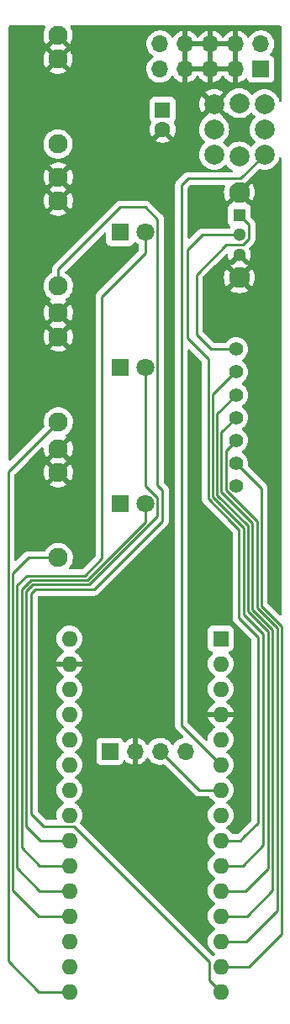
<source format=gbr>
%TF.GenerationSoftware,KiCad,Pcbnew,(6.0.1)*%
%TF.CreationDate,2023-06-13T10:27:40-07:00*%
%TF.ProjectId,16Bars,31364261-7273-42e6-9b69-6361645f7063,rev?*%
%TF.SameCoordinates,Original*%
%TF.FileFunction,Copper,L2,Bot*%
%TF.FilePolarity,Positive*%
%FSLAX46Y46*%
G04 Gerber Fmt 4.6, Leading zero omitted, Abs format (unit mm)*
G04 Created by KiCad (PCBNEW (6.0.1)) date 2023-06-13 10:27:40*
%MOMM*%
%LPD*%
G01*
G04 APERTURE LIST*
%TA.AperFunction,ComponentPad*%
%ADD10R,1.600000X1.600000*%
%TD*%
%TA.AperFunction,ComponentPad*%
%ADD11O,1.600000X1.600000*%
%TD*%
%TA.AperFunction,ComponentPad*%
%ADD12R,1.800000X1.800000*%
%TD*%
%TA.AperFunction,ComponentPad*%
%ADD13C,1.800000*%
%TD*%
%TA.AperFunction,WasherPad*%
%ADD14C,2.000000*%
%TD*%
%TA.AperFunction,ComponentPad*%
%ADD15C,2.000000*%
%TD*%
%TA.AperFunction,ComponentPad*%
%ADD16C,1.930400*%
%TD*%
%TA.AperFunction,ComponentPad*%
%ADD17C,1.400000*%
%TD*%
%TA.AperFunction,ComponentPad*%
%ADD18R,1.300000X1.300000*%
%TD*%
%TA.AperFunction,ComponentPad*%
%ADD19C,1.300000*%
%TD*%
%TA.AperFunction,ComponentPad*%
%ADD20C,2.100000*%
%TD*%
%TA.AperFunction,ComponentPad*%
%ADD21O,1.700000X1.700000*%
%TD*%
%TA.AperFunction,ComponentPad*%
%ADD22R,1.700000X1.700000*%
%TD*%
%TA.AperFunction,ComponentPad*%
%ADD23C,1.600000*%
%TD*%
%TA.AperFunction,ViaPad*%
%ADD24C,0.800000*%
%TD*%
%TA.AperFunction,Conductor*%
%ADD25C,0.250000*%
%TD*%
G04 APERTURE END LIST*
D10*
%TO.P,A1,1,D1/TX*%
%TO.N,unconnected-(A1-Pad1)*%
X78360000Y-97250000D03*
D11*
%TO.P,A1,2,D0/RX*%
%TO.N,unconnected-(A1-Pad2)*%
X78360000Y-99790000D03*
%TO.P,A1,3,~{RESET}*%
%TO.N,unconnected-(A1-Pad3)*%
X78360000Y-102330000D03*
%TO.P,A1,4,GND*%
%TO.N,GND*%
X78360000Y-104870000D03*
%TO.P,A1,5,D2*%
%TO.N,CLOCK_IN*%
X78360000Y-107410000D03*
%TO.P,A1,6,D3*%
%TO.N,/ResetButton*%
X78360000Y-109950000D03*
%TO.P,A1,7,D4*%
%TO.N,CLOCK_BAR*%
X78360000Y-112490000D03*
%TO.P,A1,8,D5*%
%TO.N,RESET*%
X78360000Y-115030000D03*
%TO.P,A1,9,D6*%
%TO.N,/barsPerPhrase*%
X78360000Y-117570000D03*
%TO.P,A1,10,D7*%
%TO.N,/barsPerBar-4*%
X78360000Y-120110000D03*
%TO.P,A1,11,D8*%
%TO.N,/barsPerBar-7*%
X78360000Y-122650000D03*
%TO.P,A1,12,D9*%
%TO.N,/barsPerBar-8*%
X78360000Y-125190000D03*
%TO.P,A1,13,D10*%
%TO.N,/barsPerBar-12*%
X78360000Y-127730000D03*
%TO.P,A1,14,D11*%
%TO.N,/barsPerBar-16*%
X78360000Y-130270000D03*
%TO.P,A1,15,D12*%
%TO.N,/firstBar*%
X78360000Y-132810000D03*
%TO.P,A1,16,D13*%
%TO.N,/middleBar*%
X63120000Y-132810000D03*
%TO.P,A1,17,3V3*%
%TO.N,unconnected-(A1-Pad17)*%
X63120000Y-130270000D03*
%TO.P,A1,18,AREF*%
%TO.N,unconnected-(A1-Pad18)*%
X63120000Y-127730000D03*
%TO.P,A1,19,A0*%
%TO.N,/lastBar*%
X63120000Y-125190000D03*
%TO.P,A1,20,A1*%
%TO.N,/firstBarLED*%
X63120000Y-122650000D03*
%TO.P,A1,21,A2*%
%TO.N,/middleBarLED*%
X63120000Y-120110000D03*
%TO.P,A1,22,A3*%
%TO.N,/lastBarLED*%
X63120000Y-117570000D03*
%TO.P,A1,23,A4*%
%TO.N,unconnected-(A1-Pad23)*%
X63120000Y-115030000D03*
%TO.P,A1,24,A5*%
%TO.N,unconnected-(A1-Pad24)*%
X63120000Y-112490000D03*
%TO.P,A1,25,A6*%
%TO.N,unconnected-(A1-Pad25)*%
X63120000Y-109950000D03*
%TO.P,A1,26,A7*%
%TO.N,unconnected-(A1-Pad26)*%
X63120000Y-107410000D03*
%TO.P,A1,27,+5V*%
%TO.N,+5V*%
X63120000Y-104870000D03*
%TO.P,A1,28,~{RESET}*%
%TO.N,unconnected-(A1-Pad28)*%
X63120000Y-102330000D03*
%TO.P,A1,29,GND*%
%TO.N,GND*%
X63120000Y-99790000D03*
%TO.P,A1,30,VIN*%
%TO.N,+12V*%
X63120000Y-97250000D03*
%TD*%
D12*
%TO.P,D4,1,K*%
%TO.N,Net-(D4-Pad1)*%
X68225000Y-69977500D03*
D13*
%TO.P,D4,2,A*%
%TO.N,/lastBarLED*%
X70765000Y-69977500D03*
%TD*%
D12*
%TO.P,D3,1,K*%
%TO.N,Net-(D3-Pad1)*%
X68225000Y-83655000D03*
D13*
%TO.P,D3,2,A*%
%TO.N,/middleBarLED*%
X70765000Y-83655000D03*
%TD*%
D14*
%TO.P,SW1,*%
%TO.N,*%
X82777600Y-45980300D03*
X77697600Y-45980300D03*
D15*
%TO.P,SW1,1,1*%
%TO.N,GND*%
X77697600Y-43440300D03*
%TO.P,SW1,2,2*%
%TO.N,unconnected-(SW1-Pad2)*%
X77697600Y-48520300D03*
%TO.P,SW1,3,3*%
%TO.N,unconnected-(SW1-Pad3)*%
X82777600Y-43440300D03*
%TO.P,SW1,4,4*%
%TO.N,/ResetButton*%
X82777600Y-48520300D03*
%TO.P,SW1,L1,L1*%
%TO.N,CLOCK_IN*%
X80237600Y-43320300D03*
%TO.P,SW1,L2,L2*%
%TO.N,Net-(R15-Pad2)*%
X80237600Y-48720300D03*
%TD*%
D16*
%TO.P,J1,1,SIG*%
%TO.N,Net-(J1-Pad1)*%
X61970000Y-47452000D03*
%TO.P,J1,2,SHEILD*%
%TO.N,GND*%
X61970000Y-36479200D03*
%TO.P,J1,3,SW*%
X61970000Y-38892200D03*
%TD*%
D12*
%TO.P,D1,1,K*%
%TO.N,Net-(D1-Pad1)*%
X68225000Y-56300000D03*
D13*
%TO.P,D1,2,A*%
%TO.N,/firstBarLED*%
X70765000Y-56300000D03*
%TD*%
D16*
%TO.P,J5,3,SW*%
%TO.N,GND*%
X62000000Y-66869700D03*
%TO.P,J5,2,SHEILD*%
X62000000Y-64456700D03*
%TO.P,J5,1,SIG*%
%TO.N,/middleBar*%
X62000000Y-75429500D03*
%TD*%
D17*
%TO.P,S1,1,1*%
%TO.N,/barsPerBar-4*%
X79912600Y-70400000D03*
%TO.P,S1,2,2*%
%TO.N,/barsPerBar-7*%
X79912600Y-72700000D03*
%TO.P,S1,3,3*%
%TO.N,/barsPerBar-8*%
X79912600Y-75000000D03*
%TO.P,S1,4,4*%
%TO.N,/barsPerBar-12*%
X79912600Y-77300000D03*
%TO.P,S1,5,5*%
%TO.N,/barsPerBar-16*%
X79912600Y-79600000D03*
%TO.P,S1,C1,COM_1*%
%TO.N,+5V*%
X79912600Y-68100000D03*
%TO.P,S1,C2,COM_2*%
X79912600Y-81900000D03*
%TD*%
D18*
%TO.P,SW3,1,N.C.*%
%TO.N,+5V*%
X80237600Y-54600000D03*
D19*
%TO.P,SW3,2,COM*%
%TO.N,/barsPerPhrase*%
X80237600Y-56600000D03*
%TO.P,SW3,3,N.O.*%
%TO.N,GND*%
X80237600Y-58600000D03*
D20*
%TO.P,SW3,4,4*%
X80237600Y-52300000D03*
%TO.P,SW3,5,5*%
X80237600Y-60900000D03*
%TD*%
D16*
%TO.P,J6,1,SIG*%
%TO.N,/lastBar*%
X62000000Y-89107000D03*
%TO.P,J6,2,SHEILD*%
%TO.N,GND*%
X62000000Y-78134200D03*
%TO.P,J6,3,SW*%
X62000000Y-80547200D03*
%TD*%
%TO.P,J4,1,SIG*%
%TO.N,/firstBar*%
X62000000Y-61752000D03*
%TO.P,J4,2,SHEILD*%
%TO.N,GND*%
X62000000Y-50779200D03*
%TO.P,J4,3,SW*%
X62000000Y-53192200D03*
%TD*%
D21*
%TO.P,J3,4,Pin_4*%
%TO.N,RESET*%
X74810000Y-108600000D03*
%TO.P,J3,3,Pin_3*%
%TO.N,CLOCK_BAR*%
X72270000Y-108600000D03*
%TO.P,J3,2,Pin_2*%
%TO.N,GND*%
X69730000Y-108600000D03*
D22*
%TO.P,J3,1,Pin_1*%
%TO.N,+5V*%
X67190000Y-108600000D03*
%TD*%
%TO.P,J2,1,Pin_1*%
%TO.N,+12V*%
X82400000Y-39900000D03*
D21*
%TO.P,J2,2,Pin_2*%
X82400000Y-37360000D03*
%TO.P,J2,3,Pin_3*%
%TO.N,GND*%
X79860000Y-39900000D03*
%TO.P,J2,4,Pin_4*%
X79860000Y-37360000D03*
%TO.P,J2,5,Pin_5*%
X77320000Y-39900000D03*
%TO.P,J2,6,Pin_6*%
X77320000Y-37360000D03*
%TO.P,J2,7,Pin_7*%
X74780000Y-39900000D03*
%TO.P,J2,8,Pin_8*%
X74780000Y-37360000D03*
%TO.P,J2,9,Pin_9*%
%TO.N,unconnected-(J2-Pad9)*%
X72240000Y-39900000D03*
%TO.P,J2,10,Pin_10*%
%TO.N,unconnected-(J2-Pad10)*%
X72240000Y-37360000D03*
%TD*%
D10*
%TO.P,C1,1*%
%TO.N,+12V*%
X72500000Y-44000000D03*
D23*
%TO.P,C1,2*%
%TO.N,GND*%
X72500000Y-46000000D03*
%TD*%
D24*
%TO.N,GND*%
X72600000Y-100200000D03*
X75700000Y-100200000D03*
X73800000Y-50500000D03*
X75600000Y-52500000D03*
%TD*%
D25*
%TO.N,/middleBar*%
X56950480Y-129750480D02*
X56950480Y-80479020D01*
X56950480Y-80479020D02*
X62000000Y-75429500D01*
X60010000Y-132810000D02*
X56950480Y-129750480D01*
X63120000Y-132810000D02*
X60010000Y-132810000D01*
%TO.N,+5V*%
X75900000Y-66600000D02*
X77400000Y-68100000D01*
X78900000Y-57600000D02*
X75900000Y-60600000D01*
X77400000Y-68100000D02*
X79912600Y-68100000D01*
X81212111Y-57003657D02*
X80615768Y-57600000D01*
X75900000Y-60600000D02*
X75900000Y-66600000D01*
X81212111Y-55574511D02*
X81212111Y-57003657D01*
X80615768Y-57600000D02*
X78900000Y-57600000D01*
X80237600Y-54600000D02*
X81212111Y-55574511D01*
%TO.N,/barsPerPhrase*%
X75000000Y-67000000D02*
X77090009Y-69090009D01*
X75000000Y-58100000D02*
X75000000Y-67000000D01*
X80237600Y-56600000D02*
X76500000Y-56600000D01*
X76500000Y-56600000D02*
X75000000Y-58100000D01*
%TO.N,/ResetButton*%
X75074511Y-50925489D02*
X80372411Y-50925489D01*
X74400000Y-51600000D02*
X75074511Y-50925489D01*
X80372411Y-50925489D02*
X82777600Y-48520300D01*
X74400000Y-105990000D02*
X74400000Y-51600000D01*
X78360000Y-109950000D02*
X74400000Y-105990000D01*
%TO.N,/firstBar*%
X62000000Y-60075978D02*
X62000000Y-61752000D01*
X68275978Y-53800000D02*
X62000000Y-60075978D01*
X70800000Y-53800000D02*
X68275978Y-53800000D01*
X72000000Y-55000000D02*
X70800000Y-53800000D01*
X72000000Y-81800000D02*
X72000000Y-55000000D01*
X72500000Y-85400000D02*
X72500000Y-82300000D01*
X72500000Y-82300000D02*
X72000000Y-81800000D01*
X65600000Y-92300000D02*
X72500000Y-85400000D01*
X59700000Y-92300000D02*
X65600000Y-92300000D01*
X60554511Y-116154511D02*
X59300000Y-114900000D01*
X63585789Y-116154511D02*
X60554511Y-116154511D01*
X59300000Y-92700000D02*
X59700000Y-92300000D01*
X77235489Y-131685489D02*
X77235489Y-129804211D01*
X77235489Y-129804211D02*
X63585789Y-116154511D01*
X78360000Y-132810000D02*
X77235489Y-131685489D01*
X59300000Y-114900000D02*
X59300000Y-92700000D01*
%TO.N,/middleBarLED*%
X70765000Y-85535000D02*
X70765000Y-83655000D01*
X59250480Y-91349520D02*
X64950480Y-91349520D01*
X58300000Y-118300000D02*
X58300000Y-92300000D01*
X58300000Y-92300000D02*
X59250480Y-91349520D01*
X60110000Y-120110000D02*
X58300000Y-118300000D01*
X64950480Y-91349520D02*
X70765000Y-85535000D01*
X63120000Y-120110000D02*
X60110000Y-120110000D01*
%TO.N,/lastBarLED*%
X71989511Y-83089511D02*
X70765000Y-81865000D01*
X71989511Y-84946207D02*
X71989511Y-83089511D01*
X65136678Y-91799040D02*
X71989511Y-84946207D01*
X59450480Y-91799040D02*
X65136678Y-91799040D01*
X70765000Y-81865000D02*
X70765000Y-69977500D01*
X58749520Y-92500000D02*
X59450480Y-91799040D01*
X58749520Y-116149520D02*
X58749520Y-92500000D01*
X60200000Y-117600000D02*
X58749520Y-116149520D01*
X60230000Y-117570000D02*
X60200000Y-117600000D01*
X63120000Y-117570000D02*
X60230000Y-117570000D01*
%TO.N,/firstBarLED*%
X70765000Y-58435000D02*
X70765000Y-56300000D01*
X66400000Y-62800000D02*
X70765000Y-58435000D01*
X66400000Y-89200000D02*
X66400000Y-62800000D01*
X64700000Y-90900000D02*
X66400000Y-89200000D01*
X58849520Y-90900000D02*
X64700000Y-90900000D01*
X57849520Y-91900000D02*
X58849520Y-90900000D01*
X57849520Y-120349520D02*
X57849520Y-91900000D01*
X60150000Y-122650000D02*
X57849520Y-120349520D01*
X63120000Y-122650000D02*
X60150000Y-122650000D01*
%TO.N,/lastBar*%
X57400000Y-90700000D02*
X58993000Y-89107000D01*
X57400000Y-122600000D02*
X57400000Y-90700000D01*
X58993000Y-89107000D02*
X62000000Y-89107000D01*
X60000000Y-125200000D02*
X57400000Y-122600000D01*
X60010000Y-125190000D02*
X60000000Y-125200000D01*
X63120000Y-125190000D02*
X60010000Y-125190000D01*
%TO.N,/barsPerBar-4*%
X80590000Y-120110000D02*
X78360000Y-120110000D01*
X82650480Y-118049520D02*
X80590000Y-120110000D01*
X82650480Y-96800000D02*
X82650480Y-118049520D01*
X80651909Y-94801429D02*
X82650480Y-96800000D01*
X80651909Y-86086198D02*
X80651909Y-94801429D01*
X77539529Y-72660471D02*
X77539529Y-82973818D01*
X79800000Y-70400000D02*
X77539529Y-72660471D01*
X79912600Y-70400000D02*
X79800000Y-70400000D01*
X77539529Y-82973818D02*
X80651909Y-86086198D01*
%TO.N,/barsPerPhrase*%
X77090009Y-83160015D02*
X77090009Y-69090009D01*
X79414996Y-85485003D02*
X77090009Y-83160015D01*
X80202389Y-95202389D02*
X80202389Y-93400000D01*
X80202389Y-86272396D02*
X79414996Y-85485003D01*
X82100000Y-97100000D02*
X80202389Y-95202389D01*
X82100000Y-115800000D02*
X82100000Y-97100000D01*
X80202389Y-93400000D02*
X80202389Y-86272396D01*
X80700000Y-117200000D02*
X82100000Y-115800000D01*
X80330000Y-117570000D02*
X80700000Y-117200000D01*
X78360000Y-117570000D02*
X80330000Y-117570000D01*
%TO.N,/barsPerBar-16*%
X82449989Y-93976351D02*
X82449989Y-82137389D01*
X84500000Y-96026362D02*
X82449989Y-93976351D01*
X84500000Y-127000000D02*
X84500000Y-96026362D01*
X81230000Y-130270000D02*
X84500000Y-127000000D01*
X78360000Y-130270000D02*
X81230000Y-130270000D01*
X82449989Y-82137389D02*
X79912600Y-79600000D01*
%TO.N,/barsPerBar-12*%
X78888089Y-82324367D02*
X78888089Y-78324511D01*
X84050480Y-96212560D02*
X82000469Y-94162548D01*
X78888089Y-78324511D02*
X79912600Y-77300000D01*
X84050480Y-124649520D02*
X84050480Y-96212560D01*
X80970000Y-127730000D02*
X84050480Y-124649520D01*
X82000469Y-94162548D02*
X82000469Y-85436747D01*
X82000469Y-85436747D02*
X78888089Y-82324367D01*
X78360000Y-127730000D02*
X80970000Y-127730000D01*
%TO.N,/barsPerBar-7*%
X77989049Y-74623551D02*
X79912600Y-72700000D01*
X81101429Y-85900000D02*
X77989049Y-82787620D01*
X81101430Y-94534944D02*
X81101429Y-85900000D01*
X77989049Y-82787620D02*
X77989049Y-74623551D01*
X83100000Y-96533515D02*
X82533243Y-95966757D01*
X80850000Y-122650000D02*
X83100000Y-120400000D01*
X78360000Y-122650000D02*
X80850000Y-122650000D01*
X83100000Y-120400000D02*
X83100000Y-96533515D01*
X82533243Y-95966757D02*
X81101430Y-94534944D01*
%TO.N,/barsPerBar-8*%
X78438569Y-82510564D02*
X78438569Y-76474031D01*
X81550949Y-94348745D02*
X81550949Y-85622944D01*
X83600000Y-96397798D02*
X81550949Y-94348745D01*
X78438569Y-76474031D02*
X79912600Y-75000000D01*
X81010000Y-125190000D02*
X83600000Y-122600000D01*
X81550949Y-85622944D02*
X78438569Y-82510564D01*
X78360000Y-125190000D02*
X81010000Y-125190000D01*
X83600000Y-122600000D02*
X83600000Y-96397798D01*
%TO.N,CLOCK_BAR*%
X76160000Y-112490000D02*
X78360000Y-112490000D01*
X72270000Y-108600000D02*
X76160000Y-112490000D01*
%TD*%
%TA.AperFunction,Conductor*%
%TO.N,GND*%
G36*
X60678736Y-35528002D02*
G01*
X60725229Y-35581658D01*
X60735333Y-35651932D01*
X60714704Y-35705004D01*
X60687584Y-35744760D01*
X60682491Y-35753726D01*
X60584853Y-35964068D01*
X60581290Y-35973755D01*
X60519317Y-36197220D01*
X60517386Y-36207341D01*
X60492740Y-36437951D01*
X60492489Y-36448239D01*
X60505839Y-36679763D01*
X60507275Y-36689984D01*
X60558259Y-36916215D01*
X60561338Y-36926043D01*
X60648589Y-37140914D01*
X60653242Y-37150125D01*
X60752682Y-37312395D01*
X60763140Y-37321857D01*
X60771916Y-37318074D01*
X61880905Y-36209085D01*
X61943217Y-36175059D01*
X62014032Y-36180124D01*
X62059095Y-36209085D01*
X63163022Y-37313012D01*
X63175033Y-37319571D01*
X63186772Y-37310603D01*
X63234087Y-37244758D01*
X63239401Y-37235913D01*
X63342147Y-37028021D01*
X63345946Y-37018426D01*
X63413360Y-36796543D01*
X63415539Y-36786462D01*
X63446047Y-36554734D01*
X63446566Y-36548060D01*
X63448167Y-36482564D01*
X63447973Y-36475847D01*
X63428823Y-36242915D01*
X63427140Y-36232753D01*
X63370642Y-36007822D01*
X63367324Y-35998074D01*
X63274846Y-35785389D01*
X63269980Y-35776314D01*
X63222188Y-35702440D01*
X63201981Y-35634380D01*
X63221777Y-35566199D01*
X63275292Y-35519545D01*
X63327980Y-35508000D01*
X84366000Y-35508000D01*
X84434121Y-35528002D01*
X84480614Y-35581658D01*
X84492000Y-35634000D01*
X84492000Y-43054822D01*
X84471998Y-43122943D01*
X84418342Y-43169436D01*
X84348068Y-43179540D01*
X84283488Y-43150046D01*
X84243481Y-43084236D01*
X84217860Y-42977518D01*
X84216705Y-42972706D01*
X84214811Y-42968133D01*
X84127735Y-42757911D01*
X84127733Y-42757907D01*
X84125840Y-42753337D01*
X84121487Y-42746233D01*
X84004359Y-42555098D01*
X84004355Y-42555092D01*
X84001776Y-42550884D01*
X83847569Y-42370331D01*
X83667016Y-42216124D01*
X83662808Y-42213545D01*
X83662802Y-42213541D01*
X83468783Y-42094646D01*
X83464563Y-42092060D01*
X83459993Y-42090167D01*
X83459989Y-42090165D01*
X83249767Y-42003089D01*
X83249765Y-42003088D01*
X83245194Y-42001195D01*
X83164991Y-41981940D01*
X83019124Y-41946920D01*
X83019118Y-41946919D01*
X83014311Y-41945765D01*
X82777600Y-41927135D01*
X82540889Y-41945765D01*
X82536082Y-41946919D01*
X82536076Y-41946920D01*
X82390209Y-41981940D01*
X82310006Y-42001195D01*
X82305435Y-42003088D01*
X82305433Y-42003089D01*
X82095211Y-42090165D01*
X82095207Y-42090167D01*
X82090637Y-42092060D01*
X82086417Y-42094646D01*
X81892398Y-42213541D01*
X81892392Y-42213545D01*
X81888184Y-42216124D01*
X81707631Y-42370331D01*
X81704423Y-42374087D01*
X81654554Y-42432476D01*
X81595103Y-42471285D01*
X81524109Y-42471791D01*
X81464110Y-42433835D01*
X81461861Y-42431022D01*
X81461776Y-42430884D01*
X81307569Y-42250331D01*
X81127016Y-42096124D01*
X81122808Y-42093545D01*
X81122802Y-42093541D01*
X80928783Y-41974646D01*
X80924563Y-41972060D01*
X80919993Y-41970167D01*
X80919989Y-41970165D01*
X80709767Y-41883089D01*
X80709765Y-41883088D01*
X80705194Y-41881195D01*
X80624991Y-41861940D01*
X80479124Y-41826920D01*
X80479118Y-41826919D01*
X80474311Y-41825765D01*
X80237600Y-41807135D01*
X80000889Y-41825765D01*
X79996082Y-41826919D01*
X79996076Y-41826920D01*
X79850209Y-41861940D01*
X79770006Y-41881195D01*
X79765435Y-41883088D01*
X79765433Y-41883089D01*
X79555211Y-41970165D01*
X79555207Y-41970167D01*
X79550637Y-41972060D01*
X79546417Y-41974646D01*
X79352398Y-42093541D01*
X79352392Y-42093545D01*
X79348184Y-42096124D01*
X79167631Y-42250331D01*
X79013424Y-42430884D01*
X79010842Y-42435098D01*
X78937646Y-42554542D01*
X78919308Y-42577802D01*
X78069622Y-43427488D01*
X78062008Y-43441432D01*
X78062139Y-43443265D01*
X78066390Y-43449880D01*
X78917890Y-44301380D01*
X78930270Y-44308140D01*
X78937685Y-44302589D01*
X79004205Y-44277778D01*
X79073579Y-44292869D01*
X79109003Y-44321625D01*
X79167631Y-44390269D01*
X79348184Y-44544476D01*
X79352392Y-44547055D01*
X79352398Y-44547059D01*
X79544005Y-44664476D01*
X79550637Y-44668540D01*
X79555207Y-44670433D01*
X79555211Y-44670435D01*
X79765433Y-44757511D01*
X79770006Y-44759405D01*
X79850209Y-44778660D01*
X79996076Y-44813680D01*
X79996082Y-44813681D01*
X80000889Y-44814835D01*
X80237600Y-44833465D01*
X80474311Y-44814835D01*
X80479118Y-44813681D01*
X80479124Y-44813680D01*
X80624991Y-44778660D01*
X80705194Y-44759405D01*
X80709767Y-44757511D01*
X80919989Y-44670435D01*
X80919993Y-44670433D01*
X80924563Y-44668540D01*
X80931195Y-44664476D01*
X81122802Y-44547059D01*
X81122808Y-44547055D01*
X81127016Y-44544476D01*
X81307569Y-44390269D01*
X81360646Y-44328124D01*
X81420097Y-44289315D01*
X81491091Y-44288809D01*
X81551090Y-44326765D01*
X81553339Y-44329578D01*
X81553424Y-44329716D01*
X81553828Y-44330189D01*
X81553832Y-44330194D01*
X81704423Y-44506513D01*
X81707631Y-44510269D01*
X81711387Y-44513477D01*
X81711392Y-44513482D01*
X81829656Y-44614489D01*
X81868466Y-44673939D01*
X81868972Y-44744934D01*
X81829656Y-44806111D01*
X81711392Y-44907118D01*
X81711387Y-44907123D01*
X81707631Y-44910331D01*
X81553424Y-45090884D01*
X81550845Y-45095092D01*
X81550841Y-45095098D01*
X81473170Y-45221846D01*
X81429360Y-45293337D01*
X81427467Y-45297907D01*
X81427465Y-45297911D01*
X81410450Y-45338989D01*
X81338495Y-45512706D01*
X81337340Y-45517518D01*
X81288839Y-45719540D01*
X81283065Y-45743589D01*
X81264435Y-45980300D01*
X81283065Y-46217011D01*
X81284219Y-46221818D01*
X81284220Y-46221824D01*
X81311719Y-46336364D01*
X81338495Y-46447894D01*
X81340388Y-46452465D01*
X81340389Y-46452467D01*
X81380684Y-46549747D01*
X81429360Y-46667263D01*
X81431946Y-46671483D01*
X81550841Y-46865502D01*
X81550845Y-46865508D01*
X81553424Y-46869716D01*
X81707631Y-47050269D01*
X81711387Y-47053477D01*
X81711392Y-47053482D01*
X81829656Y-47154489D01*
X81868466Y-47213939D01*
X81868972Y-47284934D01*
X81829656Y-47346111D01*
X81711392Y-47447118D01*
X81711387Y-47447123D01*
X81707631Y-47450331D01*
X81704423Y-47454087D01*
X81670726Y-47493541D01*
X81553424Y-47630884D01*
X81534389Y-47661945D01*
X81481744Y-47709574D01*
X81411703Y-47721181D01*
X81346505Y-47693078D01*
X81331149Y-47677939D01*
X81310788Y-47654100D01*
X81307569Y-47650331D01*
X81289734Y-47635098D01*
X81156007Y-47520885D01*
X81127016Y-47496124D01*
X81122808Y-47493545D01*
X81122802Y-47493541D01*
X80928783Y-47374646D01*
X80924563Y-47372060D01*
X80919993Y-47370167D01*
X80919989Y-47370165D01*
X80709767Y-47283089D01*
X80709765Y-47283088D01*
X80705194Y-47281195D01*
X80624991Y-47261940D01*
X80479124Y-47226920D01*
X80479118Y-47226919D01*
X80474311Y-47225765D01*
X80237600Y-47207135D01*
X80000889Y-47225765D01*
X79996082Y-47226919D01*
X79996076Y-47226920D01*
X79850209Y-47261940D01*
X79770006Y-47281195D01*
X79765435Y-47283088D01*
X79765433Y-47283089D01*
X79555211Y-47370165D01*
X79555207Y-47370167D01*
X79550637Y-47372060D01*
X79546417Y-47374646D01*
X79352398Y-47493541D01*
X79352392Y-47493545D01*
X79348184Y-47496124D01*
X79319193Y-47520885D01*
X79185467Y-47635098D01*
X79167631Y-47650331D01*
X79164412Y-47654100D01*
X79144051Y-47677939D01*
X79084601Y-47716748D01*
X79013606Y-47717254D01*
X78953607Y-47679297D01*
X78940815Y-47661952D01*
X78921776Y-47630884D01*
X78804474Y-47493541D01*
X78770777Y-47454087D01*
X78767569Y-47450331D01*
X78763813Y-47447123D01*
X78763808Y-47447118D01*
X78645544Y-47346111D01*
X78606734Y-47286661D01*
X78606228Y-47215666D01*
X78645544Y-47154489D01*
X78763808Y-47053482D01*
X78763813Y-47053477D01*
X78767569Y-47050269D01*
X78921776Y-46869716D01*
X78924355Y-46865508D01*
X78924359Y-46865502D01*
X79043254Y-46671483D01*
X79045840Y-46667263D01*
X79094517Y-46549747D01*
X79134811Y-46452467D01*
X79134812Y-46452465D01*
X79136705Y-46447894D01*
X79163481Y-46336364D01*
X79190980Y-46221824D01*
X79190981Y-46221818D01*
X79192135Y-46217011D01*
X79210765Y-45980300D01*
X79192135Y-45743589D01*
X79186362Y-45719540D01*
X79137860Y-45517518D01*
X79136705Y-45512706D01*
X79064750Y-45338989D01*
X79047735Y-45297911D01*
X79047733Y-45297907D01*
X79045840Y-45293337D01*
X79002030Y-45221846D01*
X78924359Y-45095098D01*
X78924355Y-45095092D01*
X78921776Y-45090884D01*
X78767569Y-44910331D01*
X78763813Y-44907123D01*
X78763808Y-44907118D01*
X78610984Y-44776594D01*
X78572174Y-44717144D01*
X78569960Y-44682742D01*
X78561723Y-44663633D01*
X77710412Y-43812322D01*
X77696468Y-43804708D01*
X77694635Y-43804839D01*
X77688020Y-43809090D01*
X76836520Y-44660590D01*
X76827340Y-44677402D01*
X76813580Y-44740650D01*
X76784824Y-44776075D01*
X76717629Y-44833465D01*
X76627631Y-44910331D01*
X76473424Y-45090884D01*
X76470845Y-45095092D01*
X76470841Y-45095098D01*
X76393170Y-45221846D01*
X76349360Y-45293337D01*
X76347467Y-45297907D01*
X76347465Y-45297911D01*
X76330450Y-45338989D01*
X76258495Y-45512706D01*
X76257340Y-45517518D01*
X76208839Y-45719540D01*
X76203065Y-45743589D01*
X76184435Y-45980300D01*
X76203065Y-46217011D01*
X76204219Y-46221818D01*
X76204220Y-46221824D01*
X76231719Y-46336364D01*
X76258495Y-46447894D01*
X76260388Y-46452465D01*
X76260389Y-46452467D01*
X76300684Y-46549747D01*
X76349360Y-46667263D01*
X76351946Y-46671483D01*
X76470841Y-46865502D01*
X76470845Y-46865508D01*
X76473424Y-46869716D01*
X76627631Y-47050269D01*
X76631387Y-47053477D01*
X76631392Y-47053482D01*
X76749656Y-47154489D01*
X76788466Y-47213939D01*
X76788972Y-47284934D01*
X76749656Y-47346111D01*
X76631392Y-47447118D01*
X76631387Y-47447123D01*
X76627631Y-47450331D01*
X76624423Y-47454087D01*
X76606632Y-47474918D01*
X76473424Y-47630884D01*
X76470845Y-47635092D01*
X76470841Y-47635098D01*
X76394688Y-47759368D01*
X76349360Y-47833337D01*
X76347467Y-47837907D01*
X76347465Y-47837911D01*
X76260389Y-48048133D01*
X76258495Y-48052706D01*
X76257340Y-48057518D01*
X76208839Y-48259540D01*
X76203065Y-48283589D01*
X76184435Y-48520300D01*
X76203065Y-48757011D01*
X76204219Y-48761818D01*
X76204220Y-48761824D01*
X76231719Y-48876364D01*
X76258495Y-48987894D01*
X76349360Y-49207263D01*
X76351946Y-49211483D01*
X76470841Y-49405502D01*
X76470845Y-49405508D01*
X76473424Y-49409716D01*
X76627631Y-49590269D01*
X76808184Y-49744476D01*
X76812392Y-49747055D01*
X76812398Y-49747059D01*
X77006417Y-49865954D01*
X77010637Y-49868540D01*
X77015207Y-49870433D01*
X77015211Y-49870435D01*
X77225433Y-49957511D01*
X77230006Y-49959405D01*
X77310209Y-49978660D01*
X77456076Y-50013680D01*
X77456082Y-50013681D01*
X77460889Y-50014835D01*
X77697600Y-50033465D01*
X77934311Y-50014835D01*
X77939118Y-50013681D01*
X77939124Y-50013680D01*
X78084991Y-49978660D01*
X78165194Y-49959405D01*
X78169767Y-49957511D01*
X78379989Y-49870435D01*
X78379993Y-49870433D01*
X78384563Y-49868540D01*
X78388783Y-49865954D01*
X78582802Y-49747059D01*
X78582808Y-49747055D01*
X78587016Y-49744476D01*
X78744800Y-49609716D01*
X78763805Y-49593484D01*
X78763807Y-49593482D01*
X78767569Y-49590269D01*
X78782026Y-49573342D01*
X78791149Y-49562661D01*
X78850599Y-49523852D01*
X78921594Y-49523346D01*
X78981593Y-49561303D01*
X78994385Y-49578648D01*
X79013424Y-49609716D01*
X79167631Y-49790269D01*
X79348184Y-49944476D01*
X79462999Y-50014835D01*
X79534345Y-50058556D01*
X79581976Y-50111204D01*
X79593583Y-50181246D01*
X79565480Y-50246443D01*
X79506589Y-50286097D01*
X79468510Y-50291989D01*
X75153279Y-50291989D01*
X75142096Y-50291462D01*
X75134603Y-50289787D01*
X75126677Y-50290036D01*
X75126676Y-50290036D01*
X75066513Y-50291927D01*
X75062555Y-50291989D01*
X75034655Y-50291989D01*
X75030665Y-50292493D01*
X75018831Y-50293425D01*
X74974622Y-50294815D01*
X74967006Y-50297028D01*
X74967004Y-50297028D01*
X74955163Y-50300468D01*
X74935804Y-50304477D01*
X74934494Y-50304643D01*
X74915714Y-50307015D01*
X74908348Y-50309931D01*
X74908342Y-50309933D01*
X74874609Y-50323289D01*
X74863379Y-50327134D01*
X74828528Y-50337259D01*
X74820918Y-50339470D01*
X74814095Y-50343505D01*
X74803477Y-50349784D01*
X74785724Y-50358481D01*
X74778079Y-50361508D01*
X74766894Y-50365937D01*
X74760479Y-50370598D01*
X74731123Y-50391926D01*
X74721206Y-50398440D01*
X74683149Y-50420947D01*
X74668828Y-50435268D01*
X74653795Y-50448108D01*
X74637404Y-50460017D01*
X74611027Y-50491902D01*
X74609223Y-50494082D01*
X74601233Y-50502863D01*
X74007742Y-51096353D01*
X73999463Y-51103887D01*
X73992982Y-51108000D01*
X73959544Y-51143608D01*
X73946357Y-51157651D01*
X73943602Y-51160493D01*
X73923865Y-51180230D01*
X73921385Y-51183427D01*
X73913682Y-51192447D01*
X73883414Y-51224679D01*
X73879595Y-51231625D01*
X73879593Y-51231628D01*
X73873652Y-51242434D01*
X73862801Y-51258953D01*
X73850386Y-51274959D01*
X73847241Y-51282228D01*
X73847238Y-51282232D01*
X73832826Y-51315537D01*
X73827609Y-51326187D01*
X73806305Y-51364940D01*
X73804334Y-51372615D01*
X73804334Y-51372616D01*
X73801267Y-51384562D01*
X73794863Y-51403266D01*
X73786819Y-51421855D01*
X73785580Y-51429678D01*
X73785577Y-51429688D01*
X73779901Y-51465524D01*
X73777495Y-51477144D01*
X73766500Y-51519970D01*
X73766500Y-51540224D01*
X73764949Y-51559934D01*
X73761780Y-51579943D01*
X73765385Y-51618074D01*
X73765941Y-51623961D01*
X73766500Y-51635819D01*
X73766500Y-105911233D01*
X73765973Y-105922416D01*
X73764298Y-105929909D01*
X73764547Y-105937835D01*
X73764547Y-105937836D01*
X73766438Y-105997986D01*
X73766500Y-106001945D01*
X73766500Y-106029856D01*
X73766997Y-106033790D01*
X73766997Y-106033791D01*
X73767005Y-106033856D01*
X73767938Y-106045693D01*
X73769327Y-106089889D01*
X73774978Y-106109339D01*
X73778987Y-106128700D01*
X73780254Y-106138725D01*
X73781526Y-106148797D01*
X73784445Y-106156168D01*
X73784445Y-106156170D01*
X73797804Y-106189912D01*
X73801649Y-106201142D01*
X73803432Y-106207278D01*
X73813982Y-106243593D01*
X73818015Y-106250412D01*
X73818017Y-106250417D01*
X73824293Y-106261028D01*
X73832988Y-106278776D01*
X73840448Y-106297617D01*
X73845110Y-106304033D01*
X73845110Y-106304034D01*
X73866436Y-106333387D01*
X73872952Y-106343307D01*
X73895458Y-106381362D01*
X73909779Y-106395683D01*
X73922619Y-106410716D01*
X73934528Y-106427107D01*
X73940634Y-106432158D01*
X73968605Y-106455298D01*
X73977384Y-106463288D01*
X74573042Y-107058946D01*
X74607068Y-107121258D01*
X74602003Y-107192073D01*
X74559456Y-107248909D01*
X74503006Y-107272591D01*
X74494091Y-107273955D01*
X74281756Y-107343357D01*
X74208757Y-107381358D01*
X74120254Y-107427430D01*
X74083607Y-107446507D01*
X74079474Y-107449610D01*
X74079471Y-107449612D01*
X73926830Y-107564218D01*
X73904965Y-107580635D01*
X73750629Y-107742138D01*
X73643201Y-107899621D01*
X73588293Y-107944621D01*
X73517768Y-107952792D01*
X73454021Y-107921538D01*
X73433324Y-107897054D01*
X73352822Y-107772617D01*
X73352820Y-107772614D01*
X73350014Y-107768277D01*
X73199670Y-107603051D01*
X73195619Y-107599852D01*
X73195615Y-107599848D01*
X73028414Y-107467800D01*
X73028410Y-107467798D01*
X73024359Y-107464598D01*
X72988028Y-107444542D01*
X72925454Y-107410000D01*
X72828789Y-107356638D01*
X72823920Y-107354914D01*
X72823916Y-107354912D01*
X72623087Y-107283795D01*
X72623083Y-107283794D01*
X72618212Y-107282069D01*
X72613119Y-107281162D01*
X72613116Y-107281161D01*
X72403373Y-107243800D01*
X72403367Y-107243799D01*
X72398284Y-107242894D01*
X72324452Y-107241992D01*
X72180081Y-107240228D01*
X72180079Y-107240228D01*
X72174911Y-107240165D01*
X71954091Y-107273955D01*
X71741756Y-107343357D01*
X71668757Y-107381358D01*
X71580254Y-107427430D01*
X71543607Y-107446507D01*
X71539474Y-107449610D01*
X71539471Y-107449612D01*
X71386830Y-107564218D01*
X71364965Y-107580635D01*
X71210629Y-107742138D01*
X71103204Y-107899618D01*
X71102898Y-107900066D01*
X71047987Y-107945069D01*
X70977462Y-107953240D01*
X70913715Y-107921986D01*
X70893018Y-107897502D01*
X70812426Y-107772926D01*
X70806136Y-107764757D01*
X70662806Y-107607240D01*
X70655273Y-107600215D01*
X70488139Y-107468222D01*
X70479552Y-107462517D01*
X70293117Y-107359599D01*
X70283705Y-107355369D01*
X70082959Y-107284280D01*
X70072988Y-107281646D01*
X70001837Y-107268972D01*
X69988540Y-107270432D01*
X69984000Y-107284989D01*
X69984000Y-109918517D01*
X69988064Y-109932359D01*
X70001478Y-109934393D01*
X70008184Y-109933534D01*
X70018262Y-109931392D01*
X70222255Y-109870191D01*
X70231842Y-109866433D01*
X70423095Y-109772739D01*
X70431945Y-109767464D01*
X70605328Y-109643792D01*
X70613200Y-109637139D01*
X70764052Y-109486812D01*
X70770730Y-109478965D01*
X70898022Y-109301819D01*
X70899279Y-109302722D01*
X70946373Y-109259362D01*
X71016311Y-109247145D01*
X71081751Y-109274678D01*
X71109579Y-109306511D01*
X71169987Y-109405088D01*
X71316250Y-109573938D01*
X71488126Y-109716632D01*
X71681000Y-109829338D01*
X71889692Y-109909030D01*
X71894760Y-109910061D01*
X71894763Y-109910062D01*
X71989862Y-109929410D01*
X72108597Y-109953567D01*
X72113772Y-109953757D01*
X72113774Y-109953757D01*
X72326673Y-109961564D01*
X72326677Y-109961564D01*
X72331837Y-109961753D01*
X72336957Y-109961097D01*
X72336959Y-109961097D01*
X72548288Y-109934025D01*
X72548289Y-109934025D01*
X72553416Y-109933368D01*
X72558367Y-109931883D01*
X72558370Y-109931882D01*
X72599829Y-109919444D01*
X72670825Y-109919028D01*
X72725131Y-109951035D01*
X75656348Y-112882253D01*
X75663888Y-112890539D01*
X75668000Y-112897018D01*
X75673777Y-112902443D01*
X75717651Y-112943643D01*
X75720493Y-112946398D01*
X75740230Y-112966135D01*
X75743427Y-112968615D01*
X75752447Y-112976318D01*
X75784679Y-113006586D01*
X75791625Y-113010405D01*
X75791628Y-113010407D01*
X75802434Y-113016348D01*
X75818953Y-113027199D01*
X75834959Y-113039614D01*
X75842228Y-113042759D01*
X75842232Y-113042762D01*
X75875537Y-113057174D01*
X75886187Y-113062391D01*
X75924940Y-113083695D01*
X75932615Y-113085666D01*
X75932616Y-113085666D01*
X75944562Y-113088733D01*
X75963267Y-113095137D01*
X75981855Y-113103181D01*
X75989678Y-113104420D01*
X75989688Y-113104423D01*
X76025524Y-113110099D01*
X76037144Y-113112505D01*
X76072289Y-113121528D01*
X76079970Y-113123500D01*
X76100224Y-113123500D01*
X76119934Y-113125051D01*
X76139943Y-113128220D01*
X76147835Y-113127474D01*
X76183961Y-113124059D01*
X76195819Y-113123500D01*
X77140606Y-113123500D01*
X77208727Y-113143502D01*
X77243819Y-113177229D01*
X77353802Y-113334300D01*
X77515700Y-113496198D01*
X77520208Y-113499355D01*
X77520211Y-113499357D01*
X77598389Y-113554098D01*
X77703251Y-113627523D01*
X77708233Y-113629846D01*
X77708238Y-113629849D01*
X77742457Y-113645805D01*
X77795742Y-113692722D01*
X77815203Y-113760999D01*
X77794661Y-113828959D01*
X77742457Y-113874195D01*
X77708238Y-113890151D01*
X77708233Y-113890154D01*
X77703251Y-113892477D01*
X77598389Y-113965902D01*
X77520211Y-114020643D01*
X77520208Y-114020645D01*
X77515700Y-114023802D01*
X77353802Y-114185700D01*
X77222477Y-114373251D01*
X77220154Y-114378233D01*
X77220151Y-114378238D01*
X77128039Y-114575775D01*
X77125716Y-114580757D01*
X77066457Y-114801913D01*
X77046502Y-115030000D01*
X77066457Y-115258087D01*
X77067880Y-115263399D01*
X77067881Y-115263402D01*
X77094408Y-115362399D01*
X77125716Y-115479243D01*
X77128039Y-115484224D01*
X77128039Y-115484225D01*
X77220151Y-115681762D01*
X77220154Y-115681767D01*
X77222477Y-115686749D01*
X77353802Y-115874300D01*
X77515700Y-116036198D01*
X77520208Y-116039355D01*
X77520211Y-116039357D01*
X77598389Y-116094098D01*
X77703251Y-116167523D01*
X77708233Y-116169846D01*
X77708238Y-116169849D01*
X77742457Y-116185805D01*
X77795742Y-116232722D01*
X77815203Y-116300999D01*
X77794661Y-116368959D01*
X77742457Y-116414195D01*
X77708238Y-116430151D01*
X77708233Y-116430154D01*
X77703251Y-116432477D01*
X77598389Y-116505902D01*
X77520211Y-116560643D01*
X77520208Y-116560645D01*
X77515700Y-116563802D01*
X77353802Y-116725700D01*
X77350645Y-116730208D01*
X77350643Y-116730211D01*
X77315617Y-116780233D01*
X77222477Y-116913251D01*
X77220154Y-116918233D01*
X77220151Y-116918238D01*
X77200680Y-116959995D01*
X77125716Y-117120757D01*
X77066457Y-117341913D01*
X77046502Y-117570000D01*
X77066457Y-117798087D01*
X77067881Y-117803400D01*
X77067881Y-117803402D01*
X77123826Y-118012188D01*
X77125716Y-118019243D01*
X77128039Y-118024224D01*
X77128039Y-118024225D01*
X77220151Y-118221762D01*
X77220154Y-118221767D01*
X77222477Y-118226749D01*
X77353802Y-118414300D01*
X77515700Y-118576198D01*
X77520208Y-118579355D01*
X77520211Y-118579357D01*
X77598389Y-118634098D01*
X77703251Y-118707523D01*
X77708233Y-118709846D01*
X77708238Y-118709849D01*
X77742457Y-118725805D01*
X77795742Y-118772722D01*
X77815203Y-118840999D01*
X77794661Y-118908959D01*
X77742457Y-118954195D01*
X77708238Y-118970151D01*
X77708233Y-118970154D01*
X77703251Y-118972477D01*
X77598389Y-119045902D01*
X77520211Y-119100643D01*
X77520208Y-119100645D01*
X77515700Y-119103802D01*
X77353802Y-119265700D01*
X77222477Y-119453251D01*
X77220154Y-119458233D01*
X77220151Y-119458238D01*
X77173447Y-119558396D01*
X77125716Y-119660757D01*
X77066457Y-119881913D01*
X77046502Y-120110000D01*
X77066457Y-120338087D01*
X77067881Y-120343400D01*
X77067881Y-120343402D01*
X77120934Y-120541395D01*
X77125716Y-120559243D01*
X77128039Y-120564224D01*
X77128039Y-120564225D01*
X77220151Y-120761762D01*
X77220154Y-120761767D01*
X77222477Y-120766749D01*
X77353802Y-120954300D01*
X77515700Y-121116198D01*
X77520208Y-121119355D01*
X77520211Y-121119357D01*
X77598389Y-121174098D01*
X77703251Y-121247523D01*
X77708233Y-121249846D01*
X77708238Y-121249849D01*
X77742457Y-121265805D01*
X77795742Y-121312722D01*
X77815203Y-121380999D01*
X77794661Y-121448959D01*
X77742457Y-121494195D01*
X77708238Y-121510151D01*
X77708233Y-121510154D01*
X77703251Y-121512477D01*
X77598389Y-121585902D01*
X77520211Y-121640643D01*
X77520208Y-121640645D01*
X77515700Y-121643802D01*
X77353802Y-121805700D01*
X77222477Y-121993251D01*
X77220154Y-121998233D01*
X77220151Y-121998238D01*
X77128039Y-122195775D01*
X77125716Y-122200757D01*
X77066457Y-122421913D01*
X77046502Y-122650000D01*
X77066457Y-122878087D01*
X77067881Y-122883400D01*
X77067881Y-122883402D01*
X77120934Y-123081395D01*
X77125716Y-123099243D01*
X77128039Y-123104224D01*
X77128039Y-123104225D01*
X77220151Y-123301762D01*
X77220154Y-123301767D01*
X77222477Y-123306749D01*
X77353802Y-123494300D01*
X77515700Y-123656198D01*
X77520208Y-123659355D01*
X77520211Y-123659357D01*
X77548157Y-123678925D01*
X77703251Y-123787523D01*
X77708233Y-123789846D01*
X77708238Y-123789849D01*
X77742457Y-123805805D01*
X77795742Y-123852722D01*
X77815203Y-123920999D01*
X77794661Y-123988959D01*
X77742457Y-124034195D01*
X77708238Y-124050151D01*
X77708233Y-124050154D01*
X77703251Y-124052477D01*
X77598389Y-124125902D01*
X77520211Y-124180643D01*
X77520208Y-124180645D01*
X77515700Y-124183802D01*
X77353802Y-124345700D01*
X77222477Y-124533251D01*
X77220154Y-124538233D01*
X77220151Y-124538238D01*
X77128039Y-124735775D01*
X77125716Y-124740757D01*
X77066457Y-124961913D01*
X77046502Y-125190000D01*
X77066457Y-125418087D01*
X77067881Y-125423400D01*
X77067881Y-125423402D01*
X77120934Y-125621395D01*
X77125716Y-125639243D01*
X77128039Y-125644224D01*
X77128039Y-125644225D01*
X77220151Y-125841762D01*
X77220154Y-125841767D01*
X77222477Y-125846749D01*
X77353802Y-126034300D01*
X77515700Y-126196198D01*
X77520208Y-126199355D01*
X77520211Y-126199357D01*
X77598389Y-126254098D01*
X77703251Y-126327523D01*
X77708233Y-126329846D01*
X77708238Y-126329849D01*
X77742457Y-126345805D01*
X77795742Y-126392722D01*
X77815203Y-126460999D01*
X77794661Y-126528959D01*
X77742457Y-126574195D01*
X77708238Y-126590151D01*
X77708233Y-126590154D01*
X77703251Y-126592477D01*
X77598389Y-126665902D01*
X77520211Y-126720643D01*
X77520208Y-126720645D01*
X77515700Y-126723802D01*
X77353802Y-126885700D01*
X77222477Y-127073251D01*
X77220154Y-127078233D01*
X77220151Y-127078238D01*
X77128039Y-127275775D01*
X77125716Y-127280757D01*
X77066457Y-127501913D01*
X77046502Y-127730000D01*
X77066457Y-127958087D01*
X77067881Y-127963400D01*
X77067881Y-127963402D01*
X77120934Y-128161395D01*
X77125716Y-128179243D01*
X77128039Y-128184224D01*
X77128039Y-128184225D01*
X77220151Y-128381762D01*
X77220154Y-128381767D01*
X77222477Y-128386749D01*
X77353802Y-128574300D01*
X77515700Y-128736198D01*
X77520208Y-128739355D01*
X77520211Y-128739357D01*
X77598389Y-128794098D01*
X77703251Y-128867523D01*
X77708233Y-128869846D01*
X77708238Y-128869849D01*
X77742457Y-128885805D01*
X77795742Y-128932722D01*
X77815203Y-129000999D01*
X77794661Y-129068959D01*
X77742457Y-129114195D01*
X77708238Y-129130151D01*
X77708233Y-129130154D01*
X77703251Y-129132477D01*
X77698744Y-129135633D01*
X77698742Y-129135634D01*
X77646585Y-129172155D01*
X77579311Y-129194843D01*
X77510450Y-129177558D01*
X77485219Y-129158037D01*
X64231963Y-115904780D01*
X64197937Y-115842468D01*
X64203002Y-115771653D01*
X64217841Y-115743420D01*
X64257523Y-115686749D01*
X64259846Y-115681767D01*
X64259849Y-115681762D01*
X64351961Y-115484225D01*
X64351961Y-115484224D01*
X64354284Y-115479243D01*
X64385593Y-115362399D01*
X64412119Y-115263402D01*
X64412120Y-115263399D01*
X64413543Y-115258087D01*
X64433498Y-115030000D01*
X64413543Y-114801913D01*
X64354284Y-114580757D01*
X64351961Y-114575775D01*
X64259849Y-114378238D01*
X64259846Y-114378233D01*
X64257523Y-114373251D01*
X64126198Y-114185700D01*
X63964300Y-114023802D01*
X63959792Y-114020645D01*
X63959789Y-114020643D01*
X63881611Y-113965902D01*
X63776749Y-113892477D01*
X63771767Y-113890154D01*
X63771762Y-113890151D01*
X63737543Y-113874195D01*
X63684258Y-113827278D01*
X63664797Y-113759001D01*
X63685339Y-113691041D01*
X63737543Y-113645805D01*
X63771762Y-113629849D01*
X63771767Y-113629846D01*
X63776749Y-113627523D01*
X63881611Y-113554098D01*
X63959789Y-113499357D01*
X63959792Y-113499355D01*
X63964300Y-113496198D01*
X64126198Y-113334300D01*
X64257523Y-113146749D01*
X64259846Y-113141767D01*
X64259849Y-113141762D01*
X64351961Y-112944225D01*
X64351961Y-112944224D01*
X64354284Y-112939243D01*
X64413543Y-112718087D01*
X64433498Y-112490000D01*
X64413543Y-112261913D01*
X64354284Y-112040757D01*
X64351961Y-112035775D01*
X64259849Y-111838238D01*
X64259846Y-111838233D01*
X64257523Y-111833251D01*
X64126198Y-111645700D01*
X63964300Y-111483802D01*
X63959792Y-111480645D01*
X63959789Y-111480643D01*
X63881611Y-111425902D01*
X63776749Y-111352477D01*
X63771767Y-111350154D01*
X63771762Y-111350151D01*
X63737543Y-111334195D01*
X63684258Y-111287278D01*
X63664797Y-111219001D01*
X63685339Y-111151041D01*
X63737543Y-111105805D01*
X63771762Y-111089849D01*
X63771767Y-111089846D01*
X63776749Y-111087523D01*
X63881611Y-111014098D01*
X63959789Y-110959357D01*
X63959792Y-110959355D01*
X63964300Y-110956198D01*
X64126198Y-110794300D01*
X64257523Y-110606749D01*
X64259846Y-110601767D01*
X64259849Y-110601762D01*
X64351961Y-110404225D01*
X64351961Y-110404224D01*
X64354284Y-110399243D01*
X64413543Y-110178087D01*
X64433498Y-109950000D01*
X64413543Y-109721913D01*
X64412117Y-109716591D01*
X64355707Y-109506067D01*
X64355706Y-109506065D01*
X64354284Y-109500757D01*
X64353061Y-109498134D01*
X65831500Y-109498134D01*
X65838255Y-109560316D01*
X65889385Y-109696705D01*
X65976739Y-109813261D01*
X66093295Y-109900615D01*
X66229684Y-109951745D01*
X66291866Y-109958500D01*
X68088134Y-109958500D01*
X68150316Y-109951745D01*
X68286705Y-109900615D01*
X68403261Y-109813261D01*
X68490615Y-109696705D01*
X68534798Y-109578848D01*
X68577440Y-109522084D01*
X68644001Y-109497384D01*
X68713350Y-109512592D01*
X68748017Y-109540580D01*
X68773218Y-109569673D01*
X68780580Y-109576883D01*
X68944434Y-109712916D01*
X68952881Y-109718831D01*
X69136756Y-109826279D01*
X69146042Y-109830729D01*
X69345001Y-109906703D01*
X69354899Y-109909579D01*
X69458250Y-109930606D01*
X69472299Y-109929410D01*
X69476000Y-109919065D01*
X69476000Y-107283102D01*
X69472082Y-107269758D01*
X69457806Y-107267771D01*
X69419324Y-107273660D01*
X69409288Y-107276051D01*
X69206868Y-107342212D01*
X69197359Y-107346209D01*
X69008463Y-107444542D01*
X68999738Y-107450036D01*
X68829433Y-107577905D01*
X68821726Y-107584748D01*
X68744478Y-107665584D01*
X68682954Y-107701014D01*
X68612042Y-107697557D01*
X68554255Y-107656311D01*
X68535402Y-107622763D01*
X68493767Y-107511703D01*
X68490615Y-107503295D01*
X68403261Y-107386739D01*
X68286705Y-107299385D01*
X68150316Y-107248255D01*
X68088134Y-107241500D01*
X66291866Y-107241500D01*
X66229684Y-107248255D01*
X66093295Y-107299385D01*
X65976739Y-107386739D01*
X65889385Y-107503295D01*
X65838255Y-107639684D01*
X65831500Y-107701866D01*
X65831500Y-109498134D01*
X64353061Y-109498134D01*
X64347933Y-109487137D01*
X64259849Y-109298238D01*
X64259846Y-109298233D01*
X64257523Y-109293251D01*
X64126198Y-109105700D01*
X63964300Y-108943802D01*
X63959792Y-108940645D01*
X63959789Y-108940643D01*
X63812321Y-108837385D01*
X63776749Y-108812477D01*
X63771767Y-108810154D01*
X63771762Y-108810151D01*
X63737543Y-108794195D01*
X63684258Y-108747278D01*
X63664797Y-108679001D01*
X63685339Y-108611041D01*
X63737543Y-108565805D01*
X63771762Y-108549849D01*
X63771767Y-108549846D01*
X63776749Y-108547523D01*
X63881611Y-108474098D01*
X63959789Y-108419357D01*
X63959792Y-108419355D01*
X63964300Y-108416198D01*
X64126198Y-108254300D01*
X64257523Y-108066749D01*
X64259846Y-108061767D01*
X64259849Y-108061762D01*
X64351961Y-107864225D01*
X64351961Y-107864224D01*
X64354284Y-107859243D01*
X64378659Y-107768277D01*
X64412119Y-107643402D01*
X64412119Y-107643400D01*
X64413543Y-107638087D01*
X64433498Y-107410000D01*
X64413543Y-107181913D01*
X64412119Y-107176598D01*
X64355707Y-106966067D01*
X64355706Y-106966065D01*
X64354284Y-106960757D01*
X64351961Y-106955775D01*
X64259849Y-106758238D01*
X64259846Y-106758233D01*
X64257523Y-106753251D01*
X64126198Y-106565700D01*
X63964300Y-106403802D01*
X63959792Y-106400645D01*
X63959789Y-106400643D01*
X63821817Y-106304034D01*
X63776749Y-106272477D01*
X63771767Y-106270154D01*
X63771762Y-106270151D01*
X63737543Y-106254195D01*
X63684258Y-106207278D01*
X63664797Y-106139001D01*
X63685339Y-106071041D01*
X63737543Y-106025805D01*
X63771762Y-106009849D01*
X63771767Y-106009846D01*
X63776749Y-106007523D01*
X63914265Y-105911233D01*
X63959789Y-105879357D01*
X63959792Y-105879355D01*
X63964300Y-105876198D01*
X64126198Y-105714300D01*
X64257523Y-105526749D01*
X64259846Y-105521767D01*
X64259849Y-105521762D01*
X64351961Y-105324225D01*
X64351961Y-105324224D01*
X64354284Y-105319243D01*
X64413543Y-105098087D01*
X64433498Y-104870000D01*
X64413543Y-104641913D01*
X64354284Y-104420757D01*
X64259966Y-104218489D01*
X64259849Y-104218238D01*
X64259846Y-104218233D01*
X64257523Y-104213251D01*
X64126198Y-104025700D01*
X63964300Y-103863802D01*
X63959792Y-103860645D01*
X63959789Y-103860643D01*
X63881611Y-103805902D01*
X63776749Y-103732477D01*
X63771767Y-103730154D01*
X63771762Y-103730151D01*
X63737543Y-103714195D01*
X63684258Y-103667278D01*
X63664797Y-103599001D01*
X63685339Y-103531041D01*
X63737543Y-103485805D01*
X63771762Y-103469849D01*
X63771767Y-103469846D01*
X63776749Y-103467523D01*
X63881611Y-103394098D01*
X63959789Y-103339357D01*
X63959792Y-103339355D01*
X63964300Y-103336198D01*
X64126198Y-103174300D01*
X64257523Y-102986749D01*
X64259846Y-102981767D01*
X64259849Y-102981762D01*
X64351961Y-102784225D01*
X64351961Y-102784224D01*
X64354284Y-102779243D01*
X64413543Y-102558087D01*
X64433498Y-102330000D01*
X64413543Y-102101913D01*
X64354284Y-101880757D01*
X64351961Y-101875775D01*
X64259849Y-101678238D01*
X64259846Y-101678233D01*
X64257523Y-101673251D01*
X64126198Y-101485700D01*
X63964300Y-101323802D01*
X63959792Y-101320645D01*
X63959789Y-101320643D01*
X63881611Y-101265902D01*
X63776749Y-101192477D01*
X63771767Y-101190154D01*
X63771762Y-101190151D01*
X63736951Y-101173919D01*
X63683666Y-101127002D01*
X63664205Y-101058725D01*
X63684747Y-100990765D01*
X63736951Y-100945529D01*
X63771511Y-100929414D01*
X63781007Y-100923931D01*
X63959467Y-100798972D01*
X63967875Y-100791916D01*
X64121916Y-100637875D01*
X64128972Y-100629467D01*
X64253931Y-100451007D01*
X64259414Y-100441511D01*
X64351490Y-100244053D01*
X64355236Y-100233761D01*
X64401394Y-100061497D01*
X64401058Y-100047401D01*
X64393116Y-100044000D01*
X61852033Y-100044000D01*
X61838502Y-100047973D01*
X61837273Y-100056522D01*
X61884764Y-100233761D01*
X61888510Y-100244053D01*
X61980586Y-100441511D01*
X61986069Y-100451007D01*
X62111028Y-100629467D01*
X62118084Y-100637875D01*
X62272125Y-100791916D01*
X62280533Y-100798972D01*
X62458993Y-100923931D01*
X62468489Y-100929414D01*
X62503049Y-100945529D01*
X62556334Y-100992446D01*
X62575795Y-101060723D01*
X62555253Y-101128683D01*
X62503049Y-101173919D01*
X62468238Y-101190151D01*
X62468233Y-101190154D01*
X62463251Y-101192477D01*
X62358389Y-101265902D01*
X62280211Y-101320643D01*
X62280208Y-101320645D01*
X62275700Y-101323802D01*
X62113802Y-101485700D01*
X61982477Y-101673251D01*
X61980154Y-101678233D01*
X61980151Y-101678238D01*
X61888039Y-101875775D01*
X61885716Y-101880757D01*
X61826457Y-102101913D01*
X61806502Y-102330000D01*
X61826457Y-102558087D01*
X61885716Y-102779243D01*
X61888039Y-102784224D01*
X61888039Y-102784225D01*
X61980151Y-102981762D01*
X61980154Y-102981767D01*
X61982477Y-102986749D01*
X62113802Y-103174300D01*
X62275700Y-103336198D01*
X62280208Y-103339355D01*
X62280211Y-103339357D01*
X62358389Y-103394098D01*
X62463251Y-103467523D01*
X62468233Y-103469846D01*
X62468238Y-103469849D01*
X62502457Y-103485805D01*
X62555742Y-103532722D01*
X62575203Y-103600999D01*
X62554661Y-103668959D01*
X62502457Y-103714195D01*
X62468238Y-103730151D01*
X62468233Y-103730154D01*
X62463251Y-103732477D01*
X62358389Y-103805902D01*
X62280211Y-103860643D01*
X62280208Y-103860645D01*
X62275700Y-103863802D01*
X62113802Y-104025700D01*
X61982477Y-104213251D01*
X61980154Y-104218233D01*
X61980151Y-104218238D01*
X61980034Y-104218489D01*
X61885716Y-104420757D01*
X61826457Y-104641913D01*
X61806502Y-104870000D01*
X61826457Y-105098087D01*
X61885716Y-105319243D01*
X61888039Y-105324224D01*
X61888039Y-105324225D01*
X61980151Y-105521762D01*
X61980154Y-105521767D01*
X61982477Y-105526749D01*
X62113802Y-105714300D01*
X62275700Y-105876198D01*
X62280208Y-105879355D01*
X62280211Y-105879357D01*
X62325735Y-105911233D01*
X62463251Y-106007523D01*
X62468233Y-106009846D01*
X62468238Y-106009849D01*
X62502457Y-106025805D01*
X62555742Y-106072722D01*
X62575203Y-106140999D01*
X62554661Y-106208959D01*
X62502457Y-106254195D01*
X62468238Y-106270151D01*
X62468233Y-106270154D01*
X62463251Y-106272477D01*
X62418183Y-106304034D01*
X62280211Y-106400643D01*
X62280208Y-106400645D01*
X62275700Y-106403802D01*
X62113802Y-106565700D01*
X61982477Y-106753251D01*
X61980154Y-106758233D01*
X61980151Y-106758238D01*
X61888039Y-106955775D01*
X61885716Y-106960757D01*
X61884294Y-106966065D01*
X61884293Y-106966067D01*
X61827881Y-107176598D01*
X61826457Y-107181913D01*
X61806502Y-107410000D01*
X61826457Y-107638087D01*
X61827881Y-107643400D01*
X61827881Y-107643402D01*
X61861342Y-107768277D01*
X61885716Y-107859243D01*
X61888039Y-107864224D01*
X61888039Y-107864225D01*
X61980151Y-108061762D01*
X61980154Y-108061767D01*
X61982477Y-108066749D01*
X62113802Y-108254300D01*
X62275700Y-108416198D01*
X62280208Y-108419355D01*
X62280211Y-108419357D01*
X62358389Y-108474098D01*
X62463251Y-108547523D01*
X62468233Y-108549846D01*
X62468238Y-108549849D01*
X62502457Y-108565805D01*
X62555742Y-108612722D01*
X62575203Y-108680999D01*
X62554661Y-108748959D01*
X62502457Y-108794195D01*
X62468238Y-108810151D01*
X62468233Y-108810154D01*
X62463251Y-108812477D01*
X62427679Y-108837385D01*
X62280211Y-108940643D01*
X62280208Y-108940645D01*
X62275700Y-108943802D01*
X62113802Y-109105700D01*
X61982477Y-109293251D01*
X61980154Y-109298233D01*
X61980151Y-109298238D01*
X61892067Y-109487137D01*
X61885716Y-109500757D01*
X61884294Y-109506065D01*
X61884293Y-109506067D01*
X61827883Y-109716591D01*
X61826457Y-109721913D01*
X61806502Y-109950000D01*
X61826457Y-110178087D01*
X61885716Y-110399243D01*
X61888039Y-110404224D01*
X61888039Y-110404225D01*
X61980151Y-110601762D01*
X61980154Y-110601767D01*
X61982477Y-110606749D01*
X62113802Y-110794300D01*
X62275700Y-110956198D01*
X62280208Y-110959355D01*
X62280211Y-110959357D01*
X62358389Y-111014098D01*
X62463251Y-111087523D01*
X62468233Y-111089846D01*
X62468238Y-111089849D01*
X62502457Y-111105805D01*
X62555742Y-111152722D01*
X62575203Y-111220999D01*
X62554661Y-111288959D01*
X62502457Y-111334195D01*
X62468238Y-111350151D01*
X62468233Y-111350154D01*
X62463251Y-111352477D01*
X62358389Y-111425902D01*
X62280211Y-111480643D01*
X62280208Y-111480645D01*
X62275700Y-111483802D01*
X62113802Y-111645700D01*
X61982477Y-111833251D01*
X61980154Y-111838233D01*
X61980151Y-111838238D01*
X61888039Y-112035775D01*
X61885716Y-112040757D01*
X61826457Y-112261913D01*
X61806502Y-112490000D01*
X61826457Y-112718087D01*
X61885716Y-112939243D01*
X61888039Y-112944224D01*
X61888039Y-112944225D01*
X61980151Y-113141762D01*
X61980154Y-113141767D01*
X61982477Y-113146749D01*
X62113802Y-113334300D01*
X62275700Y-113496198D01*
X62280208Y-113499355D01*
X62280211Y-113499357D01*
X62358389Y-113554098D01*
X62463251Y-113627523D01*
X62468233Y-113629846D01*
X62468238Y-113629849D01*
X62502457Y-113645805D01*
X62555742Y-113692722D01*
X62575203Y-113760999D01*
X62554661Y-113828959D01*
X62502457Y-113874195D01*
X62468238Y-113890151D01*
X62468233Y-113890154D01*
X62463251Y-113892477D01*
X62358389Y-113965902D01*
X62280211Y-114020643D01*
X62280208Y-114020645D01*
X62275700Y-114023802D01*
X62113802Y-114185700D01*
X61982477Y-114373251D01*
X61980154Y-114378233D01*
X61980151Y-114378238D01*
X61888039Y-114575775D01*
X61885716Y-114580757D01*
X61826457Y-114801913D01*
X61806502Y-115030000D01*
X61826457Y-115258087D01*
X61854408Y-115362399D01*
X61852718Y-115433376D01*
X61812924Y-115492172D01*
X61747660Y-115520120D01*
X61732701Y-115521011D01*
X60869106Y-115521011D01*
X60800985Y-115501009D01*
X60780011Y-115484106D01*
X59970405Y-114674500D01*
X59936379Y-114612188D01*
X59933500Y-114585405D01*
X59933500Y-97250000D01*
X61806502Y-97250000D01*
X61826457Y-97478087D01*
X61885716Y-97699243D01*
X61888039Y-97704224D01*
X61888039Y-97704225D01*
X61980151Y-97901762D01*
X61980154Y-97901767D01*
X61982477Y-97906749D01*
X62113802Y-98094300D01*
X62275700Y-98256198D01*
X62280208Y-98259355D01*
X62280211Y-98259357D01*
X62321542Y-98288297D01*
X62463251Y-98387523D01*
X62468233Y-98389846D01*
X62468238Y-98389849D01*
X62503049Y-98406081D01*
X62556334Y-98452998D01*
X62575795Y-98521275D01*
X62555253Y-98589235D01*
X62503049Y-98634471D01*
X62468489Y-98650586D01*
X62458993Y-98656069D01*
X62280533Y-98781028D01*
X62272125Y-98788084D01*
X62118084Y-98942125D01*
X62111028Y-98950533D01*
X61986069Y-99128993D01*
X61980586Y-99138489D01*
X61888510Y-99335947D01*
X61884764Y-99346239D01*
X61838606Y-99518503D01*
X61838942Y-99532599D01*
X61846884Y-99536000D01*
X64387967Y-99536000D01*
X64401498Y-99532027D01*
X64402727Y-99523478D01*
X64355236Y-99346239D01*
X64351490Y-99335947D01*
X64259414Y-99138489D01*
X64253931Y-99128993D01*
X64128972Y-98950533D01*
X64121916Y-98942125D01*
X63967875Y-98788084D01*
X63959467Y-98781028D01*
X63781007Y-98656069D01*
X63771511Y-98650586D01*
X63736951Y-98634471D01*
X63683666Y-98587554D01*
X63664205Y-98519277D01*
X63684747Y-98451317D01*
X63736951Y-98406081D01*
X63771762Y-98389849D01*
X63771767Y-98389846D01*
X63776749Y-98387523D01*
X63918458Y-98288297D01*
X63959789Y-98259357D01*
X63959792Y-98259355D01*
X63964300Y-98256198D01*
X64126198Y-98094300D01*
X64257523Y-97906749D01*
X64259846Y-97901767D01*
X64259849Y-97901762D01*
X64351961Y-97704225D01*
X64351961Y-97704224D01*
X64354284Y-97699243D01*
X64413543Y-97478087D01*
X64433498Y-97250000D01*
X64413543Y-97021913D01*
X64354284Y-96800757D01*
X64351961Y-96795775D01*
X64259849Y-96598238D01*
X64259846Y-96598233D01*
X64257523Y-96593251D01*
X64126198Y-96405700D01*
X63964300Y-96243802D01*
X63959792Y-96240645D01*
X63959789Y-96240643D01*
X63881611Y-96185902D01*
X63776749Y-96112477D01*
X63771767Y-96110154D01*
X63771762Y-96110151D01*
X63574225Y-96018039D01*
X63574224Y-96018039D01*
X63569243Y-96015716D01*
X63563935Y-96014294D01*
X63563933Y-96014293D01*
X63353402Y-95957881D01*
X63353400Y-95957881D01*
X63348087Y-95956457D01*
X63120000Y-95936502D01*
X62891913Y-95956457D01*
X62886600Y-95957881D01*
X62886598Y-95957881D01*
X62676067Y-96014293D01*
X62676065Y-96014294D01*
X62670757Y-96015716D01*
X62665776Y-96018039D01*
X62665775Y-96018039D01*
X62468238Y-96110151D01*
X62468233Y-96110154D01*
X62463251Y-96112477D01*
X62358389Y-96185902D01*
X62280211Y-96240643D01*
X62280208Y-96240645D01*
X62275700Y-96243802D01*
X62113802Y-96405700D01*
X61982477Y-96593251D01*
X61980154Y-96598233D01*
X61980151Y-96598238D01*
X61888039Y-96795775D01*
X61885716Y-96800757D01*
X61826457Y-97021913D01*
X61806502Y-97250000D01*
X59933500Y-97250000D01*
X59933500Y-93059500D01*
X59953502Y-92991379D01*
X60007158Y-92944886D01*
X60059500Y-92933500D01*
X65521233Y-92933500D01*
X65532416Y-92934027D01*
X65539909Y-92935702D01*
X65547835Y-92935453D01*
X65547836Y-92935453D01*
X65607986Y-92933562D01*
X65611945Y-92933500D01*
X65639856Y-92933500D01*
X65643791Y-92933003D01*
X65643856Y-92932995D01*
X65655693Y-92932062D01*
X65687951Y-92931048D01*
X65691970Y-92930922D01*
X65699889Y-92930673D01*
X65719343Y-92925021D01*
X65738700Y-92921013D01*
X65750930Y-92919468D01*
X65750931Y-92919468D01*
X65758797Y-92918474D01*
X65766168Y-92915555D01*
X65766170Y-92915555D01*
X65799912Y-92902196D01*
X65811142Y-92898351D01*
X65845983Y-92888229D01*
X65845984Y-92888229D01*
X65853593Y-92886018D01*
X65860412Y-92881985D01*
X65860417Y-92881983D01*
X65871028Y-92875707D01*
X65888776Y-92867012D01*
X65907617Y-92859552D01*
X65943387Y-92833564D01*
X65953307Y-92827048D01*
X65984535Y-92808580D01*
X65984538Y-92808578D01*
X65991362Y-92804542D01*
X66005683Y-92790221D01*
X66020717Y-92777380D01*
X66030694Y-92770131D01*
X66037107Y-92765472D01*
X66065298Y-92731395D01*
X66073288Y-92722616D01*
X72892247Y-85903657D01*
X72900537Y-85896113D01*
X72907018Y-85892000D01*
X72953659Y-85842332D01*
X72956413Y-85839491D01*
X72976135Y-85819769D01*
X72978612Y-85816576D01*
X72986317Y-85807555D01*
X73011159Y-85781100D01*
X73016586Y-85775321D01*
X73020407Y-85768371D01*
X73026346Y-85757568D01*
X73037202Y-85741041D01*
X73044757Y-85731302D01*
X73044758Y-85731300D01*
X73049614Y-85725040D01*
X73067174Y-85684460D01*
X73072391Y-85673812D01*
X73089875Y-85642009D01*
X73089876Y-85642007D01*
X73093695Y-85635060D01*
X73098733Y-85615437D01*
X73105137Y-85596734D01*
X73110033Y-85585420D01*
X73110033Y-85585419D01*
X73113181Y-85578145D01*
X73114420Y-85570322D01*
X73114423Y-85570312D01*
X73120099Y-85534476D01*
X73122505Y-85522856D01*
X73131528Y-85487711D01*
X73131528Y-85487710D01*
X73133500Y-85480030D01*
X73133500Y-85459776D01*
X73135051Y-85440065D01*
X73136980Y-85427886D01*
X73138220Y-85420057D01*
X73134059Y-85376038D01*
X73133500Y-85364181D01*
X73133500Y-82378768D01*
X73134027Y-82367585D01*
X73135702Y-82360092D01*
X73134121Y-82309771D01*
X73133562Y-82292002D01*
X73133500Y-82288044D01*
X73133500Y-82260144D01*
X73132996Y-82256153D01*
X73132063Y-82244311D01*
X73130923Y-82208036D01*
X73130674Y-82200111D01*
X73128462Y-82192497D01*
X73128461Y-82192492D01*
X73125023Y-82180659D01*
X73121012Y-82161295D01*
X73119467Y-82149064D01*
X73118474Y-82141203D01*
X73115557Y-82133836D01*
X73115556Y-82133831D01*
X73102198Y-82100092D01*
X73098354Y-82088865D01*
X73088230Y-82054022D01*
X73086018Y-82046407D01*
X73077007Y-82031170D01*
X73075707Y-82028972D01*
X73067012Y-82011224D01*
X73059552Y-81992383D01*
X73049533Y-81978592D01*
X73033564Y-81956613D01*
X73027048Y-81946693D01*
X73008580Y-81915465D01*
X73008578Y-81915462D01*
X73004542Y-81908638D01*
X72990221Y-81894317D01*
X72977380Y-81879283D01*
X72970132Y-81869307D01*
X72965472Y-81862893D01*
X72931407Y-81834712D01*
X72922626Y-81826722D01*
X72670404Y-81574499D01*
X72636379Y-81512187D01*
X72633500Y-81485404D01*
X72633500Y-55078767D01*
X72634027Y-55067584D01*
X72635702Y-55060091D01*
X72633562Y-54992014D01*
X72633500Y-54988055D01*
X72633500Y-54960144D01*
X72632995Y-54956144D01*
X72632062Y-54944301D01*
X72630922Y-54908029D01*
X72630673Y-54900110D01*
X72625022Y-54880658D01*
X72621014Y-54861306D01*
X72619467Y-54849063D01*
X72618474Y-54841203D01*
X72606281Y-54810406D01*
X72602200Y-54800097D01*
X72598355Y-54788870D01*
X72597721Y-54786687D01*
X72586018Y-54746407D01*
X72581984Y-54739585D01*
X72581981Y-54739579D01*
X72575706Y-54728968D01*
X72567010Y-54711218D01*
X72562472Y-54699756D01*
X72562469Y-54699751D01*
X72559552Y-54692383D01*
X72542034Y-54668271D01*
X72533573Y-54656625D01*
X72527057Y-54646707D01*
X72508575Y-54615457D01*
X72504542Y-54608637D01*
X72490218Y-54594313D01*
X72477376Y-54579278D01*
X72465472Y-54562893D01*
X72431406Y-54534711D01*
X72422627Y-54526722D01*
X71303652Y-53407747D01*
X71296112Y-53399461D01*
X71292000Y-53392982D01*
X71242348Y-53346356D01*
X71239507Y-53343602D01*
X71219770Y-53323865D01*
X71216573Y-53321385D01*
X71207551Y-53313680D01*
X71194116Y-53301064D01*
X71175321Y-53283414D01*
X71168375Y-53279595D01*
X71168372Y-53279593D01*
X71157566Y-53273652D01*
X71141047Y-53262801D01*
X71138802Y-53261060D01*
X71125041Y-53250386D01*
X71117772Y-53247241D01*
X71117768Y-53247238D01*
X71084463Y-53232826D01*
X71073813Y-53227609D01*
X71035060Y-53206305D01*
X71015437Y-53201267D01*
X70996734Y-53194863D01*
X70985420Y-53189967D01*
X70985419Y-53189967D01*
X70978145Y-53186819D01*
X70970322Y-53185580D01*
X70970312Y-53185577D01*
X70934476Y-53179901D01*
X70922856Y-53177495D01*
X70887711Y-53168472D01*
X70887710Y-53168472D01*
X70880030Y-53166500D01*
X70859776Y-53166500D01*
X70840065Y-53164949D01*
X70827886Y-53163020D01*
X70820057Y-53161780D01*
X70790786Y-53164547D01*
X70776039Y-53165941D01*
X70764181Y-53166500D01*
X68354745Y-53166500D01*
X68343562Y-53165973D01*
X68336069Y-53164298D01*
X68328143Y-53164547D01*
X68328142Y-53164547D01*
X68267992Y-53166438D01*
X68264033Y-53166500D01*
X68236122Y-53166500D01*
X68232188Y-53166997D01*
X68232187Y-53166997D01*
X68232122Y-53167005D01*
X68220285Y-53167938D01*
X68188468Y-53168938D01*
X68184007Y-53169078D01*
X68176088Y-53169327D01*
X68158432Y-53174456D01*
X68156636Y-53174978D01*
X68137284Y-53178986D01*
X68134103Y-53179388D01*
X68117181Y-53181526D01*
X68109812Y-53184443D01*
X68109810Y-53184444D01*
X68076075Y-53197800D01*
X68064847Y-53201645D01*
X68022385Y-53213982D01*
X68015563Y-53218016D01*
X68015557Y-53218019D01*
X68004946Y-53224294D01*
X67987196Y-53232990D01*
X67975734Y-53237528D01*
X67975729Y-53237531D01*
X67968361Y-53240448D01*
X67950948Y-53253099D01*
X67932603Y-53266427D01*
X67922685Y-53272943D01*
X67911441Y-53279593D01*
X67884615Y-53295458D01*
X67870291Y-53309782D01*
X67855259Y-53322621D01*
X67838871Y-53334528D01*
X67810690Y-53368593D01*
X67802700Y-53377373D01*
X61607747Y-59572326D01*
X61599461Y-59579866D01*
X61592982Y-59583978D01*
X61587557Y-59589755D01*
X61546357Y-59633629D01*
X61543602Y-59636471D01*
X61523865Y-59656208D01*
X61521385Y-59659405D01*
X61513682Y-59668425D01*
X61483414Y-59700657D01*
X61479595Y-59707603D01*
X61479593Y-59707606D01*
X61473652Y-59718412D01*
X61462801Y-59734931D01*
X61450386Y-59750937D01*
X61447241Y-59758206D01*
X61447238Y-59758210D01*
X61432826Y-59791515D01*
X61427609Y-59802165D01*
X61406305Y-59840918D01*
X61404334Y-59848593D01*
X61404334Y-59848594D01*
X61401267Y-59860540D01*
X61394863Y-59879244D01*
X61386819Y-59897833D01*
X61385580Y-59905656D01*
X61385577Y-59905666D01*
X61379901Y-59941502D01*
X61377495Y-59953122D01*
X61366500Y-59995948D01*
X61366500Y-60016202D01*
X61364949Y-60035912D01*
X61361780Y-60055921D01*
X61362526Y-60063813D01*
X61365941Y-60099939D01*
X61366500Y-60111797D01*
X61366500Y-60343810D01*
X61346498Y-60411931D01*
X61298680Y-60455573D01*
X61212009Y-60500691D01*
X61207876Y-60503794D01*
X61207873Y-60503796D01*
X61165525Y-60535592D01*
X61018218Y-60646193D01*
X60850795Y-60821392D01*
X60847881Y-60825664D01*
X60847880Y-60825665D01*
X60787217Y-60914594D01*
X60714234Y-61021583D01*
X60612203Y-61241390D01*
X60610821Y-61246372D01*
X60610821Y-61246373D01*
X60602758Y-61275449D01*
X60547442Y-61474910D01*
X60521690Y-61715871D01*
X60535640Y-61957802D01*
X60536777Y-61962848D01*
X60536778Y-61962854D01*
X60558529Y-62059368D01*
X60588916Y-62194207D01*
X60590858Y-62198989D01*
X60590859Y-62198993D01*
X60665747Y-62383419D01*
X60680088Y-62418736D01*
X60806707Y-62625359D01*
X60965372Y-62808527D01*
X60969347Y-62811827D01*
X60969350Y-62811830D01*
X60998245Y-62835819D01*
X61151823Y-62963322D01*
X61204050Y-62993841D01*
X61252773Y-63045478D01*
X61265844Y-63115261D01*
X61239113Y-63181033D01*
X61211944Y-63205374D01*
X61212276Y-63205816D01*
X61167391Y-63239517D01*
X61158938Y-63250842D01*
X61165683Y-63263173D01*
X61987188Y-64084678D01*
X62001132Y-64092292D01*
X62002965Y-64092161D01*
X62009580Y-64087910D01*
X62835413Y-63262077D01*
X62842434Y-63249221D01*
X62834661Y-63238553D01*
X62822105Y-63228636D01*
X62813523Y-63222934D01*
X62798277Y-63214518D01*
X62748306Y-63164085D01*
X62733535Y-63094642D01*
X62758652Y-63028237D01*
X62786002Y-63001632D01*
X62950259Y-62884469D01*
X62950264Y-62884465D01*
X62954471Y-62881464D01*
X63126126Y-62710408D01*
X63267537Y-62513613D01*
X63374908Y-62296365D01*
X63411271Y-62176680D01*
X63443851Y-62069449D01*
X63443852Y-62069443D01*
X63445355Y-62064497D01*
X63476986Y-61824237D01*
X63477476Y-61804200D01*
X63478669Y-61755365D01*
X63478669Y-61755361D01*
X63478751Y-61752000D01*
X63458895Y-61510482D01*
X63399859Y-61275449D01*
X63303228Y-61053215D01*
X63213550Y-60914594D01*
X63174407Y-60854087D01*
X63174405Y-60854084D01*
X63171599Y-60849747D01*
X63008506Y-60670510D01*
X62818328Y-60520317D01*
X62798340Y-60509283D01*
X62728666Y-60470820D01*
X62678695Y-60420387D01*
X62663924Y-60350944D01*
X62689041Y-60284539D01*
X62700465Y-60271417D01*
X66601405Y-56370477D01*
X66663717Y-56336451D01*
X66734532Y-56341516D01*
X66791368Y-56384063D01*
X66816179Y-56450583D01*
X66816500Y-56459572D01*
X66816500Y-57248134D01*
X66823255Y-57310316D01*
X66874385Y-57446705D01*
X66961739Y-57563261D01*
X67078295Y-57650615D01*
X67214684Y-57701745D01*
X67276866Y-57708500D01*
X69173134Y-57708500D01*
X69235316Y-57701745D01*
X69371705Y-57650615D01*
X69488261Y-57563261D01*
X69575615Y-57446705D01*
X69600180Y-57381178D01*
X69642822Y-57324414D01*
X69709383Y-57299714D01*
X69778732Y-57314921D01*
X69798647Y-57328464D01*
X69936785Y-57443148D01*
X69954349Y-57457730D01*
X70069070Y-57524767D01*
X70117794Y-57576405D01*
X70131500Y-57633555D01*
X70131500Y-58120405D01*
X70111498Y-58188526D01*
X70094595Y-58209500D01*
X66007747Y-62296348D01*
X65999461Y-62303888D01*
X65992982Y-62308000D01*
X65987557Y-62313777D01*
X65946357Y-62357651D01*
X65943602Y-62360493D01*
X65923865Y-62380230D01*
X65921385Y-62383427D01*
X65913682Y-62392447D01*
X65883414Y-62424679D01*
X65879595Y-62431625D01*
X65879593Y-62431628D01*
X65873652Y-62442434D01*
X65862801Y-62458953D01*
X65850386Y-62474959D01*
X65847241Y-62482228D01*
X65847238Y-62482232D01*
X65832826Y-62515537D01*
X65827609Y-62526187D01*
X65806305Y-62564940D01*
X65804334Y-62572615D01*
X65804334Y-62572616D01*
X65801267Y-62584562D01*
X65794863Y-62603266D01*
X65786819Y-62621855D01*
X65785580Y-62629678D01*
X65785577Y-62629688D01*
X65779901Y-62665524D01*
X65777495Y-62677144D01*
X65768955Y-62710408D01*
X65766500Y-62719970D01*
X65766500Y-62740224D01*
X65764949Y-62759934D01*
X65761780Y-62779943D01*
X65762526Y-62787835D01*
X65765941Y-62823961D01*
X65766500Y-62835819D01*
X65766500Y-88885406D01*
X65746498Y-88953527D01*
X65729595Y-88974501D01*
X64474500Y-90229595D01*
X64412188Y-90263621D01*
X64385405Y-90266500D01*
X63227116Y-90266500D01*
X63158995Y-90246498D01*
X63112502Y-90192842D01*
X63102398Y-90122568D01*
X63127692Y-90066533D01*
X63126126Y-90065408D01*
X63264519Y-89872813D01*
X63267537Y-89868613D01*
X63374908Y-89651365D01*
X63439416Y-89439046D01*
X63443851Y-89424449D01*
X63443852Y-89424443D01*
X63445355Y-89419497D01*
X63476986Y-89179237D01*
X63478751Y-89107000D01*
X63458895Y-88865482D01*
X63399859Y-88630449D01*
X63303228Y-88408215D01*
X63171599Y-88204747D01*
X63008506Y-88025510D01*
X62818328Y-87875317D01*
X62606174Y-87758201D01*
X62470662Y-87710214D01*
X62382613Y-87679034D01*
X62382610Y-87679033D01*
X62377741Y-87677309D01*
X62372652Y-87676402D01*
X62372650Y-87676402D01*
X62299394Y-87663353D01*
X62139163Y-87634812D01*
X62048635Y-87633706D01*
X61902018Y-87631914D01*
X61902016Y-87631914D01*
X61896848Y-87631851D01*
X61657303Y-87668507D01*
X61426961Y-87743794D01*
X61212009Y-87855691D01*
X61207876Y-87858794D01*
X61207873Y-87858796D01*
X61022353Y-87998088D01*
X61018218Y-88001193D01*
X60850795Y-88176392D01*
X60847881Y-88180664D01*
X60847880Y-88180665D01*
X60828492Y-88209087D01*
X60714234Y-88376583D01*
X60712055Y-88381278D01*
X60703109Y-88400550D01*
X60656285Y-88453917D01*
X60588821Y-88473500D01*
X59071767Y-88473500D01*
X59060584Y-88472973D01*
X59053091Y-88471298D01*
X59045165Y-88471547D01*
X59045164Y-88471547D01*
X58985014Y-88473438D01*
X58981055Y-88473500D01*
X58953144Y-88473500D01*
X58949210Y-88473997D01*
X58949209Y-88473997D01*
X58949144Y-88474005D01*
X58937307Y-88474938D01*
X58905490Y-88475938D01*
X58901029Y-88476078D01*
X58893110Y-88476327D01*
X58875454Y-88481456D01*
X58873658Y-88481978D01*
X58854306Y-88485986D01*
X58847235Y-88486880D01*
X58834203Y-88488526D01*
X58826834Y-88491443D01*
X58826832Y-88491444D01*
X58793097Y-88504800D01*
X58781869Y-88508645D01*
X58739407Y-88520982D01*
X58732585Y-88525016D01*
X58732579Y-88525019D01*
X58721968Y-88531294D01*
X58704218Y-88539990D01*
X58692756Y-88544528D01*
X58692751Y-88544531D01*
X58685383Y-88547448D01*
X58678968Y-88552109D01*
X58649625Y-88573427D01*
X58639707Y-88579943D01*
X58621019Y-88590995D01*
X58601637Y-88602458D01*
X58587313Y-88616782D01*
X58572281Y-88629621D01*
X58555893Y-88641528D01*
X58527712Y-88675593D01*
X58519722Y-88684373D01*
X57799075Y-89405020D01*
X57736763Y-89439046D01*
X57665948Y-89433981D01*
X57609112Y-89391434D01*
X57584301Y-89324914D01*
X57583980Y-89315925D01*
X57583980Y-81756861D01*
X61155582Y-81756861D01*
X61159561Y-81762465D01*
X61356809Y-81877726D01*
X61366096Y-81882176D01*
X61582751Y-81964908D01*
X61592649Y-81967784D01*
X61819908Y-82014020D01*
X61830136Y-82015239D01*
X62061894Y-82023738D01*
X62072180Y-82023271D01*
X62302217Y-81993803D01*
X62312295Y-81991661D01*
X62534426Y-81925018D01*
X62544024Y-81921256D01*
X62752289Y-81819229D01*
X62761134Y-81813956D01*
X62831843Y-81763519D01*
X62840243Y-81752820D01*
X62833256Y-81739666D01*
X62012812Y-80919222D01*
X61998868Y-80911608D01*
X61997035Y-80911739D01*
X61990420Y-80915990D01*
X61162840Y-81743570D01*
X61155582Y-81756861D01*
X57583980Y-81756861D01*
X57583980Y-80793614D01*
X57603982Y-80725493D01*
X57620885Y-80704519D01*
X57809165Y-80516239D01*
X60522489Y-80516239D01*
X60535839Y-80747763D01*
X60537275Y-80757984D01*
X60588259Y-80984215D01*
X60591338Y-80994043D01*
X60678589Y-81208914D01*
X60683242Y-81218125D01*
X60782682Y-81380395D01*
X60793140Y-81389857D01*
X60801916Y-81386074D01*
X61627978Y-80560012D01*
X61634356Y-80548332D01*
X62364408Y-80548332D01*
X62364539Y-80550165D01*
X62368790Y-80556780D01*
X63193022Y-81381012D01*
X63205033Y-81387571D01*
X63216772Y-81378603D01*
X63264087Y-81312758D01*
X63269401Y-81303913D01*
X63372147Y-81096021D01*
X63375946Y-81086426D01*
X63443360Y-80864543D01*
X63445539Y-80854462D01*
X63476047Y-80622734D01*
X63476566Y-80616060D01*
X63478167Y-80550564D01*
X63477973Y-80543847D01*
X63458823Y-80310915D01*
X63457140Y-80300753D01*
X63400642Y-80075822D01*
X63397324Y-80066074D01*
X63304847Y-79853391D01*
X63299980Y-79844314D01*
X63216376Y-79715084D01*
X63205690Y-79705882D01*
X63196125Y-79710285D01*
X62372022Y-80534388D01*
X62364408Y-80548332D01*
X61634356Y-80548332D01*
X61635592Y-80546068D01*
X61635461Y-80544235D01*
X61631210Y-80537620D01*
X60806945Y-79713355D01*
X60795409Y-79707055D01*
X60783126Y-79716679D01*
X60717589Y-79812752D01*
X60712491Y-79821726D01*
X60614853Y-80032068D01*
X60611290Y-80041755D01*
X60549317Y-80265220D01*
X60547386Y-80275341D01*
X60522740Y-80505951D01*
X60522489Y-80516239D01*
X57809165Y-80516239D01*
X58983572Y-79341832D01*
X61157908Y-79341832D01*
X61158039Y-79343665D01*
X61162290Y-79350280D01*
X61987188Y-80175178D01*
X62001132Y-80182792D01*
X62002965Y-80182661D01*
X62009580Y-80178410D01*
X62834478Y-79353512D01*
X62842092Y-79339568D01*
X62841961Y-79337735D01*
X62837710Y-79331120D01*
X62012812Y-78506222D01*
X61998868Y-78498608D01*
X61997035Y-78498739D01*
X61990420Y-78502990D01*
X61165522Y-79327888D01*
X61157908Y-79341832D01*
X58983572Y-79341832D01*
X60307407Y-78017997D01*
X60369719Y-77983971D01*
X60440534Y-77989036D01*
X60497370Y-78031583D01*
X60522293Y-78099839D01*
X60535839Y-78334763D01*
X60537275Y-78344984D01*
X60588259Y-78571215D01*
X60591338Y-78581043D01*
X60678589Y-78795914D01*
X60683242Y-78805125D01*
X60782682Y-78967395D01*
X60793140Y-78976857D01*
X60801916Y-78973074D01*
X61639658Y-78135332D01*
X62364408Y-78135332D01*
X62364539Y-78137165D01*
X62368790Y-78143780D01*
X63193022Y-78968012D01*
X63205033Y-78974571D01*
X63216772Y-78965603D01*
X63264087Y-78899758D01*
X63269401Y-78890913D01*
X63372147Y-78683021D01*
X63375946Y-78673426D01*
X63443360Y-78451543D01*
X63445539Y-78441462D01*
X63476047Y-78209734D01*
X63476566Y-78203060D01*
X63478167Y-78137564D01*
X63477973Y-78130847D01*
X63458823Y-77897915D01*
X63457140Y-77887753D01*
X63400642Y-77662822D01*
X63397324Y-77653074D01*
X63304847Y-77440391D01*
X63299980Y-77431314D01*
X63216376Y-77302084D01*
X63205690Y-77292882D01*
X63196125Y-77297285D01*
X62372022Y-78121388D01*
X62364408Y-78135332D01*
X61639658Y-78135332D01*
X62835413Y-76939577D01*
X62842434Y-76926721D01*
X62834661Y-76916053D01*
X62822105Y-76906136D01*
X62813523Y-76900434D01*
X62798277Y-76892018D01*
X62748306Y-76841585D01*
X62733535Y-76772142D01*
X62758652Y-76705737D01*
X62786002Y-76679132D01*
X62950259Y-76561969D01*
X62950264Y-76561965D01*
X62954471Y-76558964D01*
X63126126Y-76387908D01*
X63267537Y-76191113D01*
X63287857Y-76150000D01*
X63330471Y-76063776D01*
X63374908Y-75973865D01*
X63408426Y-75863545D01*
X63443851Y-75746949D01*
X63443852Y-75746943D01*
X63445355Y-75741997D01*
X63476986Y-75501737D01*
X63478751Y-75429500D01*
X63458895Y-75187982D01*
X63399859Y-74952949D01*
X63303228Y-74730715D01*
X63259703Y-74663436D01*
X63174407Y-74531587D01*
X63174405Y-74531584D01*
X63171599Y-74527247D01*
X63008506Y-74348010D01*
X62818328Y-74197817D01*
X62606174Y-74080701D01*
X62470662Y-74032714D01*
X62382613Y-74001534D01*
X62382610Y-74001533D01*
X62377741Y-73999809D01*
X62372652Y-73998902D01*
X62372650Y-73998902D01*
X62299394Y-73985853D01*
X62139163Y-73957312D01*
X62048635Y-73956206D01*
X61902018Y-73954414D01*
X61902016Y-73954414D01*
X61896848Y-73954351D01*
X61657303Y-73991007D01*
X61426961Y-74066294D01*
X61212009Y-74178191D01*
X61207876Y-74181294D01*
X61207873Y-74181296D01*
X61022353Y-74320588D01*
X61018218Y-74323693D01*
X60850795Y-74498892D01*
X60847881Y-74503164D01*
X60847880Y-74503165D01*
X60828492Y-74531587D01*
X60714234Y-74699083D01*
X60612203Y-74918890D01*
X60610821Y-74923872D01*
X60610821Y-74923873D01*
X60591228Y-74994525D01*
X60547442Y-75152410D01*
X60521690Y-75393371D01*
X60521987Y-75398523D01*
X60521987Y-75398527D01*
X60522932Y-75414910D01*
X60535640Y-75635302D01*
X60536777Y-75640348D01*
X60536778Y-75640354D01*
X60587077Y-75863545D01*
X60582541Y-75934397D01*
X60553255Y-75980341D01*
X57223095Y-79310500D01*
X57160783Y-79344526D01*
X57089967Y-79339461D01*
X57033132Y-79296914D01*
X57008321Y-79230394D01*
X57008000Y-79221405D01*
X57008000Y-68079361D01*
X61155582Y-68079361D01*
X61159561Y-68084965D01*
X61356809Y-68200226D01*
X61366096Y-68204676D01*
X61582751Y-68287408D01*
X61592649Y-68290284D01*
X61819908Y-68336520D01*
X61830136Y-68337739D01*
X62061894Y-68346238D01*
X62072180Y-68345771D01*
X62302217Y-68316303D01*
X62312295Y-68314161D01*
X62534426Y-68247518D01*
X62544024Y-68243756D01*
X62752289Y-68141729D01*
X62761134Y-68136456D01*
X62831843Y-68086019D01*
X62840243Y-68075320D01*
X62833256Y-68062166D01*
X62012812Y-67241722D01*
X61998868Y-67234108D01*
X61997035Y-67234239D01*
X61990420Y-67238490D01*
X61162840Y-68066070D01*
X61155582Y-68079361D01*
X57008000Y-68079361D01*
X57008000Y-66838739D01*
X60522489Y-66838739D01*
X60535839Y-67070263D01*
X60537275Y-67080484D01*
X60588259Y-67306715D01*
X60591338Y-67316543D01*
X60678589Y-67531414D01*
X60683242Y-67540625D01*
X60782682Y-67702895D01*
X60793140Y-67712357D01*
X60801916Y-67708574D01*
X61627978Y-66882512D01*
X61634356Y-66870832D01*
X62364408Y-66870832D01*
X62364539Y-66872665D01*
X62368790Y-66879280D01*
X63193022Y-67703512D01*
X63205033Y-67710071D01*
X63216772Y-67701103D01*
X63264087Y-67635258D01*
X63269401Y-67626413D01*
X63372147Y-67418521D01*
X63375946Y-67408926D01*
X63443360Y-67187043D01*
X63445539Y-67176962D01*
X63476047Y-66945234D01*
X63476566Y-66938560D01*
X63478167Y-66873064D01*
X63477973Y-66866347D01*
X63458823Y-66633415D01*
X63457140Y-66623253D01*
X63400642Y-66398322D01*
X63397324Y-66388574D01*
X63304847Y-66175891D01*
X63299980Y-66166814D01*
X63216376Y-66037584D01*
X63205690Y-66028382D01*
X63196125Y-66032785D01*
X62372022Y-66856888D01*
X62364408Y-66870832D01*
X61634356Y-66870832D01*
X61635592Y-66868568D01*
X61635461Y-66866735D01*
X61631210Y-66860120D01*
X60806945Y-66035855D01*
X60795409Y-66029555D01*
X60783126Y-66039179D01*
X60717589Y-66135252D01*
X60712491Y-66144226D01*
X60614853Y-66354568D01*
X60611290Y-66364255D01*
X60549317Y-66587720D01*
X60547386Y-66597841D01*
X60522740Y-66828451D01*
X60522489Y-66838739D01*
X57008000Y-66838739D01*
X57008000Y-65664332D01*
X61157908Y-65664332D01*
X61158039Y-65666165D01*
X61162290Y-65672780D01*
X61987188Y-66497678D01*
X62001132Y-66505292D01*
X62002965Y-66505161D01*
X62009580Y-66500910D01*
X62834478Y-65676012D01*
X62842092Y-65662068D01*
X62841961Y-65660235D01*
X62837710Y-65653620D01*
X62012812Y-64828722D01*
X61998868Y-64821108D01*
X61997035Y-64821239D01*
X61990420Y-64825490D01*
X61165522Y-65650388D01*
X61157908Y-65664332D01*
X57008000Y-65664332D01*
X57008000Y-64425739D01*
X60522489Y-64425739D01*
X60535839Y-64657263D01*
X60537275Y-64667484D01*
X60588259Y-64893715D01*
X60591338Y-64903543D01*
X60678589Y-65118414D01*
X60683242Y-65127625D01*
X60782682Y-65289895D01*
X60793140Y-65299357D01*
X60801916Y-65295574D01*
X61627978Y-64469512D01*
X61634356Y-64457832D01*
X62364408Y-64457832D01*
X62364539Y-64459665D01*
X62368790Y-64466280D01*
X63193022Y-65290512D01*
X63205033Y-65297071D01*
X63216772Y-65288103D01*
X63264087Y-65222258D01*
X63269401Y-65213413D01*
X63372147Y-65005521D01*
X63375946Y-64995926D01*
X63443360Y-64774043D01*
X63445539Y-64763962D01*
X63476047Y-64532234D01*
X63476566Y-64525560D01*
X63478167Y-64460064D01*
X63477973Y-64453347D01*
X63458823Y-64220415D01*
X63457140Y-64210253D01*
X63400642Y-63985322D01*
X63397324Y-63975574D01*
X63304847Y-63762891D01*
X63299980Y-63753814D01*
X63216376Y-63624584D01*
X63205690Y-63615382D01*
X63196125Y-63619785D01*
X62372022Y-64443888D01*
X62364408Y-64457832D01*
X61634356Y-64457832D01*
X61635592Y-64455568D01*
X61635461Y-64453735D01*
X61631210Y-64447120D01*
X60806945Y-63622855D01*
X60795409Y-63616555D01*
X60783126Y-63626179D01*
X60717589Y-63722252D01*
X60712491Y-63731226D01*
X60614853Y-63941568D01*
X60611290Y-63951255D01*
X60549317Y-64174720D01*
X60547386Y-64184841D01*
X60522740Y-64415451D01*
X60522489Y-64425739D01*
X57008000Y-64425739D01*
X57008000Y-54401861D01*
X61155582Y-54401861D01*
X61159561Y-54407465D01*
X61356809Y-54522726D01*
X61366096Y-54527176D01*
X61582751Y-54609908D01*
X61592649Y-54612784D01*
X61819908Y-54659020D01*
X61830136Y-54660239D01*
X62061894Y-54668738D01*
X62072180Y-54668271D01*
X62302217Y-54638803D01*
X62312295Y-54636661D01*
X62534426Y-54570018D01*
X62544024Y-54566256D01*
X62752289Y-54464229D01*
X62761134Y-54458956D01*
X62831843Y-54408519D01*
X62840243Y-54397820D01*
X62833256Y-54384666D01*
X62012812Y-53564222D01*
X61998868Y-53556608D01*
X61997035Y-53556739D01*
X61990420Y-53560990D01*
X61162840Y-54388570D01*
X61155582Y-54401861D01*
X57008000Y-54401861D01*
X57008000Y-53161239D01*
X60522489Y-53161239D01*
X60535839Y-53392763D01*
X60537275Y-53402984D01*
X60588259Y-53629215D01*
X60591338Y-53639043D01*
X60678589Y-53853914D01*
X60683242Y-53863125D01*
X60782682Y-54025395D01*
X60793140Y-54034857D01*
X60801916Y-54031074D01*
X61627978Y-53205012D01*
X61634356Y-53193332D01*
X62364408Y-53193332D01*
X62364539Y-53195165D01*
X62368790Y-53201780D01*
X63193022Y-54026012D01*
X63205033Y-54032571D01*
X63216772Y-54023603D01*
X63264087Y-53957758D01*
X63269401Y-53948913D01*
X63372147Y-53741021D01*
X63375946Y-53731426D01*
X63443360Y-53509543D01*
X63445539Y-53499462D01*
X63476047Y-53267734D01*
X63476566Y-53261060D01*
X63478167Y-53195564D01*
X63477973Y-53188847D01*
X63458823Y-52955915D01*
X63457140Y-52945753D01*
X63400642Y-52720822D01*
X63397324Y-52711074D01*
X63304847Y-52498391D01*
X63299980Y-52489314D01*
X63216376Y-52360084D01*
X63205690Y-52350882D01*
X63196125Y-52355285D01*
X62372022Y-53179388D01*
X62364408Y-53193332D01*
X61634356Y-53193332D01*
X61635592Y-53191068D01*
X61635461Y-53189235D01*
X61631210Y-53182620D01*
X60806945Y-52358355D01*
X60795409Y-52352055D01*
X60783126Y-52361679D01*
X60717589Y-52457752D01*
X60712491Y-52466726D01*
X60614853Y-52677068D01*
X60611290Y-52686755D01*
X60549317Y-52910220D01*
X60547386Y-52920341D01*
X60522740Y-53150951D01*
X60522489Y-53161239D01*
X57008000Y-53161239D01*
X57008000Y-51986832D01*
X61157908Y-51986832D01*
X61158039Y-51988665D01*
X61162290Y-51995280D01*
X61987188Y-52820178D01*
X62001132Y-52827792D01*
X62002965Y-52827661D01*
X62009580Y-52823410D01*
X62834478Y-51998512D01*
X62842092Y-51984568D01*
X62841961Y-51982735D01*
X62837710Y-51976120D01*
X62012812Y-51151222D01*
X61998868Y-51143608D01*
X61997035Y-51143739D01*
X61990420Y-51147990D01*
X61165522Y-51972888D01*
X61157908Y-51986832D01*
X57008000Y-51986832D01*
X57008000Y-50748239D01*
X60522489Y-50748239D01*
X60535839Y-50979763D01*
X60537275Y-50989984D01*
X60588259Y-51216215D01*
X60591338Y-51226043D01*
X60678589Y-51440914D01*
X60683242Y-51450125D01*
X60782682Y-51612395D01*
X60793140Y-51621857D01*
X60801916Y-51618074D01*
X61627978Y-50792012D01*
X61634356Y-50780332D01*
X62364408Y-50780332D01*
X62364539Y-50782165D01*
X62368790Y-50788780D01*
X63193022Y-51613012D01*
X63205033Y-51619571D01*
X63216772Y-51610603D01*
X63264087Y-51544758D01*
X63269401Y-51535913D01*
X63372147Y-51328021D01*
X63375946Y-51318426D01*
X63443360Y-51096543D01*
X63445539Y-51086462D01*
X63476047Y-50854734D01*
X63476566Y-50848060D01*
X63478167Y-50782564D01*
X63477973Y-50775847D01*
X63458823Y-50542915D01*
X63457140Y-50532753D01*
X63400642Y-50307822D01*
X63397324Y-50298074D01*
X63304847Y-50085391D01*
X63299980Y-50076314D01*
X63216376Y-49947084D01*
X63205690Y-49937882D01*
X63196125Y-49942285D01*
X62372022Y-50766388D01*
X62364408Y-50780332D01*
X61634356Y-50780332D01*
X61635592Y-50778068D01*
X61635461Y-50776235D01*
X61631210Y-50769620D01*
X60806945Y-49945355D01*
X60795409Y-49939055D01*
X60783126Y-49948679D01*
X60717589Y-50044752D01*
X60712491Y-50053726D01*
X60614853Y-50264068D01*
X60611290Y-50273755D01*
X60549317Y-50497220D01*
X60547386Y-50507341D01*
X60522740Y-50737951D01*
X60522489Y-50748239D01*
X57008000Y-50748239D01*
X57008000Y-49573342D01*
X61158938Y-49573342D01*
X61165683Y-49585673D01*
X61987188Y-50407178D01*
X62001132Y-50414792D01*
X62002965Y-50414661D01*
X62009580Y-50410410D01*
X62835413Y-49584577D01*
X62842434Y-49571721D01*
X62834661Y-49561053D01*
X62822105Y-49551136D01*
X62813532Y-49545440D01*
X62610492Y-49433356D01*
X62601095Y-49429133D01*
X62382487Y-49351720D01*
X62372516Y-49349086D01*
X62144206Y-49308419D01*
X62133952Y-49307449D01*
X61902053Y-49304615D01*
X61891768Y-49305335D01*
X61662531Y-49340413D01*
X61652504Y-49342802D01*
X61432073Y-49414850D01*
X61422564Y-49418847D01*
X61216865Y-49525927D01*
X61208140Y-49531421D01*
X61167391Y-49562017D01*
X61158938Y-49573342D01*
X57008000Y-49573342D01*
X57008000Y-47415871D01*
X60491690Y-47415871D01*
X60491987Y-47421023D01*
X60491987Y-47421027D01*
X60497745Y-47520885D01*
X60505640Y-47657802D01*
X60506777Y-47662848D01*
X60506778Y-47662854D01*
X60517307Y-47709574D01*
X60558916Y-47894207D01*
X60560858Y-47898989D01*
X60560859Y-47898993D01*
X60621419Y-48048133D01*
X60650088Y-48118736D01*
X60776707Y-48325359D01*
X60935372Y-48508527D01*
X60939347Y-48511827D01*
X60939350Y-48511830D01*
X61001638Y-48563543D01*
X61121823Y-48663322D01*
X61331053Y-48785586D01*
X61335873Y-48787426D01*
X61335878Y-48787429D01*
X61485995Y-48844752D01*
X61557442Y-48872035D01*
X61562510Y-48873066D01*
X61562513Y-48873067D01*
X61679780Y-48896925D01*
X61794910Y-48920349D01*
X61800085Y-48920539D01*
X61800087Y-48920539D01*
X62031917Y-48929040D01*
X62031921Y-48929040D01*
X62037081Y-48929229D01*
X62042201Y-48928573D01*
X62042203Y-48928573D01*
X62117315Y-48918951D01*
X62277450Y-48898437D01*
X62282401Y-48896952D01*
X62282404Y-48896951D01*
X62504612Y-48830285D01*
X62504611Y-48830285D01*
X62509562Y-48828800D01*
X62646277Y-48761824D01*
X62722533Y-48724467D01*
X62722538Y-48724464D01*
X62727184Y-48722188D01*
X62731394Y-48719185D01*
X62731399Y-48719182D01*
X62920259Y-48584469D01*
X62920264Y-48584465D01*
X62924471Y-48581464D01*
X63096126Y-48410408D01*
X63237537Y-48213613D01*
X63242811Y-48202943D01*
X63317062Y-48052706D01*
X63344908Y-47996365D01*
X63401588Y-47809810D01*
X63413851Y-47769449D01*
X63413852Y-47769443D01*
X63415355Y-47764497D01*
X63446986Y-47524237D01*
X63447068Y-47520885D01*
X63448669Y-47455365D01*
X63448669Y-47455361D01*
X63448751Y-47452000D01*
X63428895Y-47210482D01*
X63397643Y-47086062D01*
X71778493Y-47086062D01*
X71787789Y-47098077D01*
X71838994Y-47133931D01*
X71848489Y-47139414D01*
X72045947Y-47231490D01*
X72056239Y-47235236D01*
X72266688Y-47291625D01*
X72277481Y-47293528D01*
X72494525Y-47312517D01*
X72505475Y-47312517D01*
X72722519Y-47293528D01*
X72733312Y-47291625D01*
X72943761Y-47235236D01*
X72954053Y-47231490D01*
X73151511Y-47139414D01*
X73161006Y-47133931D01*
X73213048Y-47097491D01*
X73221424Y-47087012D01*
X73214356Y-47073566D01*
X72512812Y-46372022D01*
X72498868Y-46364408D01*
X72497035Y-46364539D01*
X72490420Y-46368790D01*
X71784923Y-47074287D01*
X71778493Y-47086062D01*
X63397643Y-47086062D01*
X63369859Y-46975449D01*
X63273228Y-46753215D01*
X63214664Y-46662689D01*
X63144407Y-46554087D01*
X63144405Y-46554084D01*
X63141599Y-46549747D01*
X62978506Y-46370510D01*
X62788328Y-46220317D01*
X62576174Y-46103201D01*
X62440662Y-46055214D01*
X62352613Y-46024034D01*
X62352610Y-46024033D01*
X62347741Y-46022309D01*
X62342652Y-46021402D01*
X62342650Y-46021402D01*
X62253235Y-46005475D01*
X71187483Y-46005475D01*
X71206472Y-46222519D01*
X71208375Y-46233312D01*
X71264764Y-46443761D01*
X71268510Y-46454053D01*
X71360586Y-46651511D01*
X71366069Y-46661006D01*
X71402509Y-46713048D01*
X71412988Y-46721424D01*
X71426434Y-46714356D01*
X72410905Y-45729885D01*
X72473217Y-45695859D01*
X72544032Y-45700924D01*
X72589095Y-45729885D01*
X73574287Y-46715077D01*
X73586062Y-46721507D01*
X73598077Y-46712211D01*
X73633931Y-46661006D01*
X73639414Y-46651511D01*
X73731490Y-46454053D01*
X73735236Y-46443761D01*
X73791625Y-46233312D01*
X73793528Y-46222519D01*
X73812517Y-46005475D01*
X73812517Y-45994525D01*
X73793528Y-45777481D01*
X73791625Y-45766688D01*
X73735236Y-45556239D01*
X73731490Y-45545947D01*
X73639414Y-45348489D01*
X73633929Y-45338989D01*
X73633299Y-45338090D01*
X73633144Y-45337630D01*
X73631182Y-45334232D01*
X73631865Y-45333838D01*
X73610612Y-45270816D01*
X73627898Y-45201956D01*
X73650934Y-45176197D01*
X73649730Y-45174993D01*
X73656081Y-45168642D01*
X73663261Y-45163261D01*
X73668642Y-45156081D01*
X73668645Y-45156078D01*
X73745229Y-45053891D01*
X73750615Y-45046705D01*
X73801745Y-44910316D01*
X73808500Y-44848134D01*
X73808500Y-43445230D01*
X76185325Y-43445230D01*
X76203172Y-43671999D01*
X76204715Y-43681746D01*
X76257817Y-43902927D01*
X76260866Y-43912312D01*
X76347913Y-44122463D01*
X76352395Y-44131258D01*
X76455032Y-44298745D01*
X76465490Y-44308207D01*
X76474266Y-44304424D01*
X77325578Y-43453112D01*
X77333192Y-43439168D01*
X77333061Y-43437335D01*
X77328810Y-43430720D01*
X76477310Y-42579220D01*
X76464930Y-42572460D01*
X76457280Y-42578187D01*
X76352395Y-42749342D01*
X76347913Y-42758137D01*
X76260866Y-42968288D01*
X76257817Y-42977673D01*
X76204715Y-43198854D01*
X76203172Y-43208601D01*
X76185325Y-43435370D01*
X76185325Y-43445230D01*
X73808500Y-43445230D01*
X73808500Y-43151866D01*
X73801745Y-43089684D01*
X73750615Y-42953295D01*
X73663261Y-42836739D01*
X73546705Y-42749385D01*
X73410316Y-42698255D01*
X73348134Y-42691500D01*
X71651866Y-42691500D01*
X71589684Y-42698255D01*
X71453295Y-42749385D01*
X71336739Y-42836739D01*
X71249385Y-42953295D01*
X71198255Y-43089684D01*
X71191500Y-43151866D01*
X71191500Y-44848134D01*
X71198255Y-44910316D01*
X71249385Y-45046705D01*
X71254771Y-45053891D01*
X71331355Y-45156078D01*
X71331358Y-45156081D01*
X71336739Y-45163261D01*
X71343919Y-45168642D01*
X71350270Y-45174993D01*
X71348128Y-45177135D01*
X71381564Y-45221846D01*
X71386594Y-45292664D01*
X71368477Y-45334035D01*
X71368818Y-45334232D01*
X71367048Y-45337298D01*
X71366701Y-45338090D01*
X71366071Y-45338989D01*
X71360586Y-45348489D01*
X71268510Y-45545947D01*
X71264764Y-45556239D01*
X71208375Y-45766688D01*
X71206472Y-45777481D01*
X71187483Y-45994525D01*
X71187483Y-46005475D01*
X62253235Y-46005475D01*
X62109163Y-45979812D01*
X62018635Y-45978706D01*
X61872018Y-45976914D01*
X61872016Y-45976914D01*
X61866848Y-45976851D01*
X61627303Y-46013507D01*
X61396961Y-46088794D01*
X61182009Y-46200691D01*
X61177876Y-46203794D01*
X61177873Y-46203796D01*
X61126841Y-46242112D01*
X60988218Y-46346193D01*
X60820795Y-46521392D01*
X60817881Y-46525664D01*
X60817880Y-46525665D01*
X60798492Y-46554087D01*
X60684234Y-46721583D01*
X60582203Y-46941390D01*
X60580821Y-46946372D01*
X60580821Y-46946373D01*
X60528807Y-47133931D01*
X60517442Y-47174910D01*
X60516893Y-47180047D01*
X60496096Y-47374646D01*
X60491690Y-47415871D01*
X57008000Y-47415871D01*
X57008000Y-42208190D01*
X76829693Y-42208190D01*
X76833476Y-42216966D01*
X77684788Y-43068278D01*
X77698732Y-43075892D01*
X77700565Y-43075761D01*
X77707180Y-43071510D01*
X78558680Y-42220010D01*
X78565440Y-42207630D01*
X78559713Y-42199980D01*
X78388558Y-42095095D01*
X78379763Y-42090613D01*
X78169612Y-42003566D01*
X78160227Y-42000517D01*
X77939046Y-41947415D01*
X77929299Y-41945872D01*
X77702530Y-41928025D01*
X77692670Y-41928025D01*
X77465901Y-41945872D01*
X77456154Y-41947415D01*
X77234973Y-42000517D01*
X77225588Y-42003566D01*
X77015437Y-42090613D01*
X77006642Y-42095095D01*
X76839155Y-42197732D01*
X76829693Y-42208190D01*
X57008000Y-42208190D01*
X57008000Y-40101861D01*
X61125582Y-40101861D01*
X61129561Y-40107465D01*
X61326809Y-40222726D01*
X61336096Y-40227176D01*
X61552751Y-40309908D01*
X61562649Y-40312784D01*
X61789908Y-40359020D01*
X61800136Y-40360239D01*
X62031894Y-40368738D01*
X62042180Y-40368271D01*
X62272217Y-40338803D01*
X62282295Y-40336661D01*
X62504426Y-40270018D01*
X62514024Y-40266256D01*
X62722289Y-40164229D01*
X62731134Y-40158956D01*
X62801843Y-40108519D01*
X62810243Y-40097820D01*
X62803256Y-40084666D01*
X62585285Y-39866695D01*
X70877251Y-39866695D01*
X70890110Y-40089715D01*
X70891247Y-40094761D01*
X70891248Y-40094767D01*
X70905606Y-40158475D01*
X70939222Y-40307639D01*
X71023266Y-40514616D01*
X71050686Y-40559362D01*
X71137104Y-40700383D01*
X71139987Y-40705088D01*
X71286250Y-40873938D01*
X71458126Y-41016632D01*
X71651000Y-41129338D01*
X71859692Y-41209030D01*
X71864760Y-41210061D01*
X71864763Y-41210062D01*
X71959862Y-41229410D01*
X72078597Y-41253567D01*
X72083772Y-41253757D01*
X72083774Y-41253757D01*
X72296673Y-41261564D01*
X72296677Y-41261564D01*
X72301837Y-41261753D01*
X72306957Y-41261097D01*
X72306959Y-41261097D01*
X72518288Y-41234025D01*
X72518289Y-41234025D01*
X72523416Y-41233368D01*
X72528366Y-41231883D01*
X72732429Y-41170661D01*
X72732434Y-41170659D01*
X72737384Y-41169174D01*
X72937994Y-41070896D01*
X73119860Y-40941173D01*
X73278096Y-40783489D01*
X73337594Y-40700689D01*
X73408453Y-40602077D01*
X73409640Y-40602930D01*
X73456960Y-40559362D01*
X73526897Y-40547145D01*
X73592338Y-40574678D01*
X73620166Y-40606511D01*
X73677694Y-40700388D01*
X73683777Y-40708699D01*
X73823213Y-40869667D01*
X73830580Y-40876883D01*
X73994434Y-41012916D01*
X74002881Y-41018831D01*
X74186756Y-41126279D01*
X74196042Y-41130729D01*
X74395001Y-41206703D01*
X74404899Y-41209579D01*
X74508250Y-41230606D01*
X74522299Y-41229410D01*
X74526000Y-41219065D01*
X74526000Y-41218517D01*
X75034000Y-41218517D01*
X75038064Y-41232359D01*
X75051478Y-41234393D01*
X75058184Y-41233534D01*
X75068262Y-41231392D01*
X75272255Y-41170191D01*
X75281842Y-41166433D01*
X75473095Y-41072739D01*
X75481945Y-41067464D01*
X75655328Y-40943792D01*
X75663200Y-40937139D01*
X75814052Y-40786812D01*
X75820730Y-40778965D01*
X75948022Y-40601819D01*
X75949147Y-40602627D01*
X75996669Y-40558876D01*
X76066607Y-40546661D01*
X76132046Y-40574197D01*
X76159870Y-40606028D01*
X76217690Y-40700383D01*
X76223777Y-40708699D01*
X76363213Y-40869667D01*
X76370580Y-40876883D01*
X76534434Y-41012916D01*
X76542881Y-41018831D01*
X76726756Y-41126279D01*
X76736042Y-41130729D01*
X76935001Y-41206703D01*
X76944899Y-41209579D01*
X77048250Y-41230606D01*
X77062299Y-41229410D01*
X77066000Y-41219065D01*
X77066000Y-41218517D01*
X77574000Y-41218517D01*
X77578064Y-41232359D01*
X77591478Y-41234393D01*
X77598184Y-41233534D01*
X77608262Y-41231392D01*
X77812255Y-41170191D01*
X77821842Y-41166433D01*
X78013095Y-41072739D01*
X78021945Y-41067464D01*
X78195328Y-40943792D01*
X78203200Y-40937139D01*
X78354052Y-40786812D01*
X78360730Y-40778965D01*
X78488022Y-40601819D01*
X78489147Y-40602627D01*
X78536669Y-40558876D01*
X78606607Y-40546661D01*
X78672046Y-40574197D01*
X78699870Y-40606028D01*
X78757690Y-40700383D01*
X78763777Y-40708699D01*
X78903213Y-40869667D01*
X78910580Y-40876883D01*
X79074434Y-41012916D01*
X79082881Y-41018831D01*
X79266756Y-41126279D01*
X79276042Y-41130729D01*
X79475001Y-41206703D01*
X79484899Y-41209579D01*
X79588250Y-41230606D01*
X79602299Y-41229410D01*
X79606000Y-41219065D01*
X79606000Y-41218517D01*
X80114000Y-41218517D01*
X80118064Y-41232359D01*
X80131478Y-41234393D01*
X80138184Y-41233534D01*
X80148262Y-41231392D01*
X80352255Y-41170191D01*
X80361842Y-41166433D01*
X80553095Y-41072739D01*
X80561945Y-41067464D01*
X80735328Y-40943792D01*
X80743193Y-40937145D01*
X80847897Y-40832805D01*
X80910268Y-40798889D01*
X80981075Y-40804077D01*
X81037837Y-40846723D01*
X81054819Y-40877826D01*
X81099385Y-40996705D01*
X81186739Y-41113261D01*
X81303295Y-41200615D01*
X81439684Y-41251745D01*
X81501866Y-41258500D01*
X83298134Y-41258500D01*
X83360316Y-41251745D01*
X83496705Y-41200615D01*
X83613261Y-41113261D01*
X83700615Y-40996705D01*
X83751745Y-40860316D01*
X83758500Y-40798134D01*
X83758500Y-39001866D01*
X83751745Y-38939684D01*
X83700615Y-38803295D01*
X83613261Y-38686739D01*
X83496705Y-38599385D01*
X83421362Y-38571140D01*
X83378203Y-38554960D01*
X83321439Y-38512318D01*
X83296739Y-38445756D01*
X83311947Y-38376408D01*
X83333493Y-38347727D01*
X83434435Y-38247137D01*
X83438096Y-38243489D01*
X83477025Y-38189314D01*
X83565435Y-38066277D01*
X83568453Y-38062077D01*
X83581995Y-38034678D01*
X83665136Y-37866453D01*
X83665137Y-37866451D01*
X83667430Y-37861811D01*
X83721838Y-37682735D01*
X83730865Y-37653023D01*
X83730865Y-37653021D01*
X83732370Y-37648069D01*
X83761529Y-37426590D01*
X83763156Y-37360000D01*
X83744852Y-37137361D01*
X83690431Y-36920702D01*
X83601354Y-36715840D01*
X83480014Y-36528277D01*
X83329670Y-36363051D01*
X83325619Y-36359852D01*
X83325615Y-36359848D01*
X83158414Y-36227800D01*
X83158410Y-36227798D01*
X83154359Y-36224598D01*
X83118028Y-36204542D01*
X83064619Y-36175059D01*
X82958789Y-36116638D01*
X82953920Y-36114914D01*
X82953916Y-36114912D01*
X82753087Y-36043795D01*
X82753083Y-36043794D01*
X82748212Y-36042069D01*
X82743119Y-36041162D01*
X82743116Y-36041161D01*
X82533373Y-36003800D01*
X82533367Y-36003799D01*
X82528284Y-36002894D01*
X82454452Y-36001992D01*
X82310081Y-36000228D01*
X82310079Y-36000228D01*
X82304911Y-36000165D01*
X82084091Y-36033955D01*
X81871756Y-36103357D01*
X81673607Y-36206507D01*
X81669474Y-36209610D01*
X81669471Y-36209612D01*
X81625116Y-36242915D01*
X81494965Y-36340635D01*
X81340629Y-36502138D01*
X81337715Y-36506410D01*
X81337714Y-36506411D01*
X81325404Y-36524457D01*
X81234337Y-36657957D01*
X81232898Y-36660066D01*
X81177987Y-36705069D01*
X81107462Y-36713240D01*
X81043715Y-36681986D01*
X81023018Y-36657502D01*
X80942426Y-36532926D01*
X80936136Y-36524757D01*
X80792806Y-36367240D01*
X80785273Y-36360215D01*
X80618139Y-36228222D01*
X80609552Y-36222517D01*
X80423117Y-36119599D01*
X80413705Y-36115369D01*
X80212959Y-36044280D01*
X80202988Y-36041646D01*
X80131837Y-36028972D01*
X80118540Y-36030432D01*
X80114000Y-36044989D01*
X80114000Y-41218517D01*
X79606000Y-41218517D01*
X79606000Y-40172115D01*
X79601525Y-40156876D01*
X79600135Y-40155671D01*
X79592452Y-40154000D01*
X77592115Y-40154000D01*
X77576876Y-40158475D01*
X77575671Y-40159865D01*
X77574000Y-40167548D01*
X77574000Y-41218517D01*
X77066000Y-41218517D01*
X77066000Y-40172115D01*
X77061525Y-40156876D01*
X77060135Y-40155671D01*
X77052452Y-40154000D01*
X75052115Y-40154000D01*
X75036876Y-40158475D01*
X75035671Y-40159865D01*
X75034000Y-40167548D01*
X75034000Y-41218517D01*
X74526000Y-41218517D01*
X74526000Y-39627885D01*
X75034000Y-39627885D01*
X75038475Y-39643124D01*
X75039865Y-39644329D01*
X75047548Y-39646000D01*
X77047885Y-39646000D01*
X77063124Y-39641525D01*
X77064329Y-39640135D01*
X77066000Y-39632452D01*
X77066000Y-39627885D01*
X77574000Y-39627885D01*
X77578475Y-39643124D01*
X77579865Y-39644329D01*
X77587548Y-39646000D01*
X79587885Y-39646000D01*
X79603124Y-39641525D01*
X79604329Y-39640135D01*
X79606000Y-39632452D01*
X79606000Y-37632115D01*
X79601525Y-37616876D01*
X79600135Y-37615671D01*
X79592452Y-37614000D01*
X77592115Y-37614000D01*
X77576876Y-37618475D01*
X77575671Y-37619865D01*
X77574000Y-37627548D01*
X77574000Y-39627885D01*
X77066000Y-39627885D01*
X77066000Y-37632115D01*
X77061525Y-37616876D01*
X77060135Y-37615671D01*
X77052452Y-37614000D01*
X75052115Y-37614000D01*
X75036876Y-37618475D01*
X75035671Y-37619865D01*
X75034000Y-37627548D01*
X75034000Y-39627885D01*
X74526000Y-39627885D01*
X74526000Y-37087885D01*
X75034000Y-37087885D01*
X75038475Y-37103124D01*
X75039865Y-37104329D01*
X75047548Y-37106000D01*
X77047885Y-37106000D01*
X77063124Y-37101525D01*
X77064329Y-37100135D01*
X77066000Y-37092452D01*
X77066000Y-37087885D01*
X77574000Y-37087885D01*
X77578475Y-37103124D01*
X77579865Y-37104329D01*
X77587548Y-37106000D01*
X79587885Y-37106000D01*
X79603124Y-37101525D01*
X79604329Y-37100135D01*
X79606000Y-37092452D01*
X79606000Y-36043102D01*
X79602082Y-36029758D01*
X79587806Y-36027771D01*
X79549324Y-36033660D01*
X79539288Y-36036051D01*
X79336868Y-36102212D01*
X79327359Y-36106209D01*
X79138463Y-36204542D01*
X79129738Y-36210036D01*
X78959433Y-36337905D01*
X78951726Y-36344748D01*
X78804590Y-36498717D01*
X78798104Y-36506727D01*
X78693193Y-36660521D01*
X78638282Y-36705524D01*
X78567757Y-36713695D01*
X78504010Y-36682441D01*
X78483313Y-36657957D01*
X78402427Y-36532926D01*
X78396136Y-36524757D01*
X78252806Y-36367240D01*
X78245273Y-36360215D01*
X78078139Y-36228222D01*
X78069552Y-36222517D01*
X77883117Y-36119599D01*
X77873705Y-36115369D01*
X77672959Y-36044280D01*
X77662988Y-36041646D01*
X77591837Y-36028972D01*
X77578540Y-36030432D01*
X77574000Y-36044989D01*
X77574000Y-37087885D01*
X77066000Y-37087885D01*
X77066000Y-36043102D01*
X77062082Y-36029758D01*
X77047806Y-36027771D01*
X77009324Y-36033660D01*
X76999288Y-36036051D01*
X76796868Y-36102212D01*
X76787359Y-36106209D01*
X76598463Y-36204542D01*
X76589738Y-36210036D01*
X76419433Y-36337905D01*
X76411726Y-36344748D01*
X76264590Y-36498717D01*
X76258104Y-36506727D01*
X76153193Y-36660521D01*
X76098282Y-36705524D01*
X76027757Y-36713695D01*
X75964010Y-36682441D01*
X75943313Y-36657957D01*
X75862427Y-36532926D01*
X75856136Y-36524757D01*
X75712806Y-36367240D01*
X75705273Y-36360215D01*
X75538139Y-36228222D01*
X75529552Y-36222517D01*
X75343117Y-36119599D01*
X75333705Y-36115369D01*
X75132959Y-36044280D01*
X75122988Y-36041646D01*
X75051837Y-36028972D01*
X75038540Y-36030432D01*
X75034000Y-36044989D01*
X75034000Y-37087885D01*
X74526000Y-37087885D01*
X74526000Y-36043102D01*
X74522082Y-36029758D01*
X74507806Y-36027771D01*
X74469324Y-36033660D01*
X74459288Y-36036051D01*
X74256868Y-36102212D01*
X74247359Y-36106209D01*
X74058463Y-36204542D01*
X74049738Y-36210036D01*
X73879433Y-36337905D01*
X73871726Y-36344748D01*
X73724590Y-36498717D01*
X73718109Y-36506722D01*
X73613498Y-36660074D01*
X73558587Y-36705076D01*
X73488062Y-36713247D01*
X73424315Y-36681993D01*
X73403618Y-36657509D01*
X73322822Y-36532617D01*
X73322820Y-36532614D01*
X73320014Y-36528277D01*
X73169670Y-36363051D01*
X73165619Y-36359852D01*
X73165615Y-36359848D01*
X72998414Y-36227800D01*
X72998410Y-36227798D01*
X72994359Y-36224598D01*
X72958028Y-36204542D01*
X72904619Y-36175059D01*
X72798789Y-36116638D01*
X72793920Y-36114914D01*
X72793916Y-36114912D01*
X72593087Y-36043795D01*
X72593083Y-36043794D01*
X72588212Y-36042069D01*
X72583119Y-36041162D01*
X72583116Y-36041161D01*
X72373373Y-36003800D01*
X72373367Y-36003799D01*
X72368284Y-36002894D01*
X72294452Y-36001992D01*
X72150081Y-36000228D01*
X72150079Y-36000228D01*
X72144911Y-36000165D01*
X71924091Y-36033955D01*
X71711756Y-36103357D01*
X71513607Y-36206507D01*
X71509474Y-36209610D01*
X71509471Y-36209612D01*
X71465116Y-36242915D01*
X71334965Y-36340635D01*
X71180629Y-36502138D01*
X71177715Y-36506410D01*
X71177714Y-36506411D01*
X71165404Y-36524457D01*
X71054743Y-36686680D01*
X71039003Y-36720590D01*
X70979866Y-36847990D01*
X70960688Y-36889305D01*
X70900989Y-37104570D01*
X70877251Y-37326695D01*
X70877548Y-37331848D01*
X70877548Y-37331851D01*
X70883011Y-37426590D01*
X70890110Y-37549715D01*
X70891247Y-37554761D01*
X70891248Y-37554767D01*
X70905606Y-37618475D01*
X70939222Y-37767639D01*
X71023266Y-37974616D01*
X71050686Y-38019362D01*
X71137291Y-38160688D01*
X71139987Y-38165088D01*
X71286250Y-38333938D01*
X71458126Y-38476632D01*
X71519196Y-38512318D01*
X71531445Y-38519476D01*
X71580169Y-38571114D01*
X71593240Y-38640897D01*
X71566509Y-38706669D01*
X71526055Y-38740027D01*
X71513607Y-38746507D01*
X71509474Y-38749610D01*
X71509471Y-38749612D01*
X71426771Y-38811705D01*
X71334965Y-38880635D01*
X71180629Y-39042138D01*
X71177715Y-39046410D01*
X71177714Y-39046411D01*
X71165404Y-39064457D01*
X71054743Y-39226680D01*
X70960688Y-39429305D01*
X70900989Y-39644570D01*
X70877251Y-39866695D01*
X62585285Y-39866695D01*
X61982812Y-39264222D01*
X61968868Y-39256608D01*
X61967035Y-39256739D01*
X61960420Y-39260990D01*
X61132840Y-40088570D01*
X61125582Y-40101861D01*
X57008000Y-40101861D01*
X57008000Y-38861239D01*
X60492489Y-38861239D01*
X60505839Y-39092763D01*
X60507275Y-39102984D01*
X60558259Y-39329215D01*
X60561338Y-39339043D01*
X60648589Y-39553914D01*
X60653242Y-39563125D01*
X60752682Y-39725395D01*
X60763140Y-39734857D01*
X60771916Y-39731074D01*
X61597978Y-38905012D01*
X61604356Y-38893332D01*
X62334408Y-38893332D01*
X62334539Y-38895165D01*
X62338790Y-38901780D01*
X63163022Y-39726012D01*
X63175033Y-39732571D01*
X63186772Y-39723603D01*
X63234087Y-39657758D01*
X63239401Y-39648913D01*
X63342147Y-39441021D01*
X63345946Y-39431426D01*
X63413360Y-39209543D01*
X63415539Y-39199462D01*
X63446047Y-38967734D01*
X63446566Y-38961060D01*
X63448167Y-38895564D01*
X63447973Y-38888847D01*
X63428823Y-38655915D01*
X63427139Y-38645747D01*
X63370642Y-38420822D01*
X63367324Y-38411074D01*
X63274847Y-38198391D01*
X63269980Y-38189314D01*
X63186376Y-38060084D01*
X63175690Y-38050882D01*
X63166125Y-38055285D01*
X62342022Y-38879388D01*
X62334408Y-38893332D01*
X61604356Y-38893332D01*
X61605592Y-38891068D01*
X61605461Y-38889235D01*
X61601210Y-38882620D01*
X60776945Y-38058355D01*
X60765409Y-38052055D01*
X60753126Y-38061679D01*
X60687589Y-38157752D01*
X60682491Y-38166726D01*
X60584853Y-38377068D01*
X60581290Y-38386755D01*
X60519317Y-38610220D01*
X60517386Y-38620341D01*
X60492740Y-38850951D01*
X60492489Y-38861239D01*
X57008000Y-38861239D01*
X57008000Y-37686832D01*
X61127908Y-37686832D01*
X61128039Y-37688665D01*
X61132290Y-37695280D01*
X61957188Y-38520178D01*
X61971132Y-38527792D01*
X61972965Y-38527661D01*
X61979580Y-38523410D01*
X62804478Y-37698512D01*
X62812092Y-37684568D01*
X62811961Y-37682735D01*
X62807710Y-37676120D01*
X61982812Y-36851222D01*
X61968868Y-36843608D01*
X61967035Y-36843739D01*
X61960420Y-36847990D01*
X61135522Y-37672888D01*
X61127908Y-37686832D01*
X57008000Y-37686832D01*
X57008000Y-35634000D01*
X57028002Y-35565879D01*
X57081658Y-35519386D01*
X57134000Y-35508000D01*
X60610615Y-35508000D01*
X60678736Y-35528002D01*
G37*
%TD.AperFunction*%
%TA.AperFunction,Conductor*%
G36*
X75242012Y-68138370D02*
G01*
X75248593Y-68144497D01*
X75837595Y-68733500D01*
X76419604Y-69315509D01*
X76453630Y-69377821D01*
X76456509Y-69404604D01*
X76456509Y-83081248D01*
X76455982Y-83092431D01*
X76454307Y-83099924D01*
X76454556Y-83107850D01*
X76454556Y-83107851D01*
X76456447Y-83168014D01*
X76456509Y-83171972D01*
X76456509Y-83199871D01*
X76457006Y-83203804D01*
X76457013Y-83203861D01*
X76457945Y-83215695D01*
X76459335Y-83259904D01*
X76461547Y-83267518D01*
X76461548Y-83267523D01*
X76464986Y-83279356D01*
X76468997Y-83298719D01*
X76471535Y-83318812D01*
X76474452Y-83326179D01*
X76474453Y-83326184D01*
X76487811Y-83359923D01*
X76491655Y-83371150D01*
X76503991Y-83413608D01*
X76508028Y-83420434D01*
X76514302Y-83431043D01*
X76522997Y-83448791D01*
X76530457Y-83467632D01*
X76535119Y-83474048D01*
X76535119Y-83474049D01*
X76556445Y-83503402D01*
X76562961Y-83513322D01*
X76585467Y-83551377D01*
X76599788Y-83565698D01*
X76612628Y-83580731D01*
X76624537Y-83597122D01*
X76630643Y-83602173D01*
X76658614Y-83625313D01*
X76667393Y-83633303D01*
X78995226Y-85961138D01*
X78995229Y-85961141D01*
X79531984Y-86497897D01*
X79566010Y-86560209D01*
X79568889Y-86586992D01*
X79568889Y-95123622D01*
X79568362Y-95134805D01*
X79566687Y-95142298D01*
X79566936Y-95150224D01*
X79566936Y-95150225D01*
X79568827Y-95210375D01*
X79568889Y-95214334D01*
X79568889Y-95242245D01*
X79569386Y-95246179D01*
X79569386Y-95246180D01*
X79569394Y-95246245D01*
X79570327Y-95258082D01*
X79571716Y-95302278D01*
X79577367Y-95321728D01*
X79581376Y-95341089D01*
X79583915Y-95361186D01*
X79586834Y-95368557D01*
X79586834Y-95368559D01*
X79600193Y-95402301D01*
X79604038Y-95413531D01*
X79616371Y-95455982D01*
X79620404Y-95462801D01*
X79620406Y-95462806D01*
X79626682Y-95473417D01*
X79635377Y-95491165D01*
X79642837Y-95510006D01*
X79647499Y-95516422D01*
X79647499Y-95516423D01*
X79668825Y-95545776D01*
X79675341Y-95555696D01*
X79697847Y-95593751D01*
X79712168Y-95608072D01*
X79725008Y-95623105D01*
X79736917Y-95639496D01*
X79743023Y-95644547D01*
X79770994Y-95667687D01*
X79779773Y-95675677D01*
X81429595Y-97325499D01*
X81463621Y-97387811D01*
X81466500Y-97414594D01*
X81466500Y-115485406D01*
X81446498Y-115553527D01*
X81429595Y-115574501D01*
X80818290Y-116185805D01*
X80223862Y-116780233D01*
X80104499Y-116899595D01*
X80042187Y-116933621D01*
X80015404Y-116936500D01*
X79579394Y-116936500D01*
X79511273Y-116916498D01*
X79476181Y-116882771D01*
X79369357Y-116730211D01*
X79369355Y-116730208D01*
X79366198Y-116725700D01*
X79204300Y-116563802D01*
X79199792Y-116560645D01*
X79199789Y-116560643D01*
X79121611Y-116505902D01*
X79016749Y-116432477D01*
X79011767Y-116430154D01*
X79011762Y-116430151D01*
X78977543Y-116414195D01*
X78924258Y-116367278D01*
X78904797Y-116299001D01*
X78925339Y-116231041D01*
X78977543Y-116185805D01*
X79011762Y-116169849D01*
X79011767Y-116169846D01*
X79016749Y-116167523D01*
X79121611Y-116094098D01*
X79199789Y-116039357D01*
X79199792Y-116039355D01*
X79204300Y-116036198D01*
X79366198Y-115874300D01*
X79497523Y-115686749D01*
X79499846Y-115681767D01*
X79499849Y-115681762D01*
X79591961Y-115484225D01*
X79591961Y-115484224D01*
X79594284Y-115479243D01*
X79625593Y-115362399D01*
X79652119Y-115263402D01*
X79652120Y-115263399D01*
X79653543Y-115258087D01*
X79673498Y-115030000D01*
X79653543Y-114801913D01*
X79594284Y-114580757D01*
X79591961Y-114575775D01*
X79499849Y-114378238D01*
X79499846Y-114378233D01*
X79497523Y-114373251D01*
X79366198Y-114185700D01*
X79204300Y-114023802D01*
X79199792Y-114020645D01*
X79199789Y-114020643D01*
X79121611Y-113965902D01*
X79016749Y-113892477D01*
X79011767Y-113890154D01*
X79011762Y-113890151D01*
X78977543Y-113874195D01*
X78924258Y-113827278D01*
X78904797Y-113759001D01*
X78925339Y-113691041D01*
X78977543Y-113645805D01*
X79011762Y-113629849D01*
X79011767Y-113629846D01*
X79016749Y-113627523D01*
X79121611Y-113554098D01*
X79199789Y-113499357D01*
X79199792Y-113499355D01*
X79204300Y-113496198D01*
X79366198Y-113334300D01*
X79497523Y-113146749D01*
X79499846Y-113141767D01*
X79499849Y-113141762D01*
X79591961Y-112944225D01*
X79591961Y-112944224D01*
X79594284Y-112939243D01*
X79653543Y-112718087D01*
X79673498Y-112490000D01*
X79653543Y-112261913D01*
X79594284Y-112040757D01*
X79591961Y-112035775D01*
X79499849Y-111838238D01*
X79499846Y-111838233D01*
X79497523Y-111833251D01*
X79366198Y-111645700D01*
X79204300Y-111483802D01*
X79199792Y-111480645D01*
X79199789Y-111480643D01*
X79121611Y-111425902D01*
X79016749Y-111352477D01*
X79011767Y-111350154D01*
X79011762Y-111350151D01*
X78977543Y-111334195D01*
X78924258Y-111287278D01*
X78904797Y-111219001D01*
X78925339Y-111151041D01*
X78977543Y-111105805D01*
X79011762Y-111089849D01*
X79011767Y-111089846D01*
X79016749Y-111087523D01*
X79121611Y-111014098D01*
X79199789Y-110959357D01*
X79199792Y-110959355D01*
X79204300Y-110956198D01*
X79366198Y-110794300D01*
X79497523Y-110606749D01*
X79499846Y-110601767D01*
X79499849Y-110601762D01*
X79591961Y-110404225D01*
X79591961Y-110404224D01*
X79594284Y-110399243D01*
X79653543Y-110178087D01*
X79673498Y-109950000D01*
X79653543Y-109721913D01*
X79652117Y-109716591D01*
X79595707Y-109506067D01*
X79595706Y-109506065D01*
X79594284Y-109500757D01*
X79587933Y-109487137D01*
X79499849Y-109298238D01*
X79499846Y-109298233D01*
X79497523Y-109293251D01*
X79366198Y-109105700D01*
X79204300Y-108943802D01*
X79199792Y-108940645D01*
X79199789Y-108940643D01*
X79052321Y-108837385D01*
X79016749Y-108812477D01*
X79011767Y-108810154D01*
X79011762Y-108810151D01*
X78977543Y-108794195D01*
X78924258Y-108747278D01*
X78904797Y-108679001D01*
X78925339Y-108611041D01*
X78977543Y-108565805D01*
X79011762Y-108549849D01*
X79011767Y-108549846D01*
X79016749Y-108547523D01*
X79121611Y-108474098D01*
X79199789Y-108419357D01*
X79199792Y-108419355D01*
X79204300Y-108416198D01*
X79366198Y-108254300D01*
X79497523Y-108066749D01*
X79499846Y-108061767D01*
X79499849Y-108061762D01*
X79591961Y-107864225D01*
X79591961Y-107864224D01*
X79594284Y-107859243D01*
X79618659Y-107768277D01*
X79652119Y-107643402D01*
X79652119Y-107643400D01*
X79653543Y-107638087D01*
X79673498Y-107410000D01*
X79653543Y-107181913D01*
X79652119Y-107176598D01*
X79595707Y-106966067D01*
X79595706Y-106966065D01*
X79594284Y-106960757D01*
X79591961Y-106955775D01*
X79499849Y-106758238D01*
X79499846Y-106758233D01*
X79497523Y-106753251D01*
X79366198Y-106565700D01*
X79204300Y-106403802D01*
X79199792Y-106400645D01*
X79199789Y-106400643D01*
X79061817Y-106304034D01*
X79016749Y-106272477D01*
X79011767Y-106270154D01*
X79011762Y-106270151D01*
X78976951Y-106253919D01*
X78923666Y-106207002D01*
X78904205Y-106138725D01*
X78924747Y-106070765D01*
X78976951Y-106025529D01*
X79011511Y-106009414D01*
X79021007Y-106003931D01*
X79199467Y-105878972D01*
X79207875Y-105871916D01*
X79361916Y-105717875D01*
X79368972Y-105709467D01*
X79493931Y-105531007D01*
X79499414Y-105521511D01*
X79591490Y-105324053D01*
X79595236Y-105313761D01*
X79641394Y-105141497D01*
X79641058Y-105127401D01*
X79633116Y-105124000D01*
X77092033Y-105124000D01*
X77078502Y-105127973D01*
X77077273Y-105136522D01*
X77124764Y-105313761D01*
X77128510Y-105324053D01*
X77220586Y-105521511D01*
X77226069Y-105531007D01*
X77351028Y-105709467D01*
X77358084Y-105717875D01*
X77512125Y-105871916D01*
X77520533Y-105878972D01*
X77698993Y-106003931D01*
X77708489Y-106009414D01*
X77743049Y-106025529D01*
X77796334Y-106072446D01*
X77815795Y-106140723D01*
X77795253Y-106208683D01*
X77743049Y-106253919D01*
X77708238Y-106270151D01*
X77708233Y-106270154D01*
X77703251Y-106272477D01*
X77658183Y-106304034D01*
X77520211Y-106400643D01*
X77520208Y-106400645D01*
X77515700Y-106403802D01*
X77353802Y-106565700D01*
X77222477Y-106753251D01*
X77220154Y-106758233D01*
X77220151Y-106758238D01*
X77128039Y-106955775D01*
X77125716Y-106960757D01*
X77124294Y-106966065D01*
X77124293Y-106966067D01*
X77067881Y-107176598D01*
X77066457Y-107181913D01*
X77046502Y-107410000D01*
X77046981Y-107415475D01*
X77046981Y-107415486D01*
X77048026Y-107427430D01*
X77034038Y-107497035D01*
X76984639Y-107548027D01*
X76915513Y-107564218D01*
X76848607Y-107540466D01*
X76833411Y-107527507D01*
X76064143Y-106758238D01*
X75070405Y-105764500D01*
X75036379Y-105702188D01*
X75033500Y-105675405D01*
X75033500Y-102330000D01*
X77046502Y-102330000D01*
X77066457Y-102558087D01*
X77125716Y-102779243D01*
X77128039Y-102784224D01*
X77128039Y-102784225D01*
X77220151Y-102981762D01*
X77220154Y-102981767D01*
X77222477Y-102986749D01*
X77353802Y-103174300D01*
X77515700Y-103336198D01*
X77520208Y-103339355D01*
X77520211Y-103339357D01*
X77598389Y-103394098D01*
X77703251Y-103467523D01*
X77708233Y-103469846D01*
X77708238Y-103469849D01*
X77743049Y-103486081D01*
X77796334Y-103532998D01*
X77815795Y-103601275D01*
X77795253Y-103669235D01*
X77743049Y-103714471D01*
X77708489Y-103730586D01*
X77698993Y-103736069D01*
X77520533Y-103861028D01*
X77512125Y-103868084D01*
X77358084Y-104022125D01*
X77351028Y-104030533D01*
X77226069Y-104208993D01*
X77220586Y-104218489D01*
X77128510Y-104415947D01*
X77124764Y-104426239D01*
X77078606Y-104598503D01*
X77078942Y-104612599D01*
X77086884Y-104616000D01*
X79627967Y-104616000D01*
X79641498Y-104612027D01*
X79642727Y-104603478D01*
X79595236Y-104426239D01*
X79591490Y-104415947D01*
X79499414Y-104218489D01*
X79493931Y-104208993D01*
X79368972Y-104030533D01*
X79361916Y-104022125D01*
X79207875Y-103868084D01*
X79199467Y-103861028D01*
X79021007Y-103736069D01*
X79011511Y-103730586D01*
X78976951Y-103714471D01*
X78923666Y-103667554D01*
X78904205Y-103599277D01*
X78924747Y-103531317D01*
X78976951Y-103486081D01*
X79011762Y-103469849D01*
X79011767Y-103469846D01*
X79016749Y-103467523D01*
X79121611Y-103394098D01*
X79199789Y-103339357D01*
X79199792Y-103339355D01*
X79204300Y-103336198D01*
X79366198Y-103174300D01*
X79497523Y-102986749D01*
X79499846Y-102981767D01*
X79499849Y-102981762D01*
X79591961Y-102784225D01*
X79591961Y-102784224D01*
X79594284Y-102779243D01*
X79653543Y-102558087D01*
X79673498Y-102330000D01*
X79653543Y-102101913D01*
X79594284Y-101880757D01*
X79591961Y-101875775D01*
X79499849Y-101678238D01*
X79499846Y-101678233D01*
X79497523Y-101673251D01*
X79366198Y-101485700D01*
X79204300Y-101323802D01*
X79199792Y-101320645D01*
X79199789Y-101320643D01*
X79121611Y-101265902D01*
X79016749Y-101192477D01*
X79011767Y-101190154D01*
X79011762Y-101190151D01*
X78977543Y-101174195D01*
X78924258Y-101127278D01*
X78904797Y-101059001D01*
X78925339Y-100991041D01*
X78977543Y-100945805D01*
X79011762Y-100929849D01*
X79011767Y-100929846D01*
X79016749Y-100927523D01*
X79121611Y-100854098D01*
X79199789Y-100799357D01*
X79199792Y-100799355D01*
X79204300Y-100796198D01*
X79366198Y-100634300D01*
X79497523Y-100446749D01*
X79499846Y-100441767D01*
X79499849Y-100441762D01*
X79591961Y-100244225D01*
X79591961Y-100244224D01*
X79594284Y-100239243D01*
X79653543Y-100018087D01*
X79673498Y-99790000D01*
X79653543Y-99561913D01*
X79594284Y-99340757D01*
X79499966Y-99138489D01*
X79499849Y-99138238D01*
X79499846Y-99138233D01*
X79497523Y-99133251D01*
X79366198Y-98945700D01*
X79204300Y-98783802D01*
X79199789Y-98780643D01*
X79195576Y-98777108D01*
X79196527Y-98775974D01*
X79156529Y-98725929D01*
X79149224Y-98655310D01*
X79181258Y-98591951D01*
X79242462Y-98555970D01*
X79259517Y-98552918D01*
X79270316Y-98551745D01*
X79406705Y-98500615D01*
X79523261Y-98413261D01*
X79610615Y-98296705D01*
X79661745Y-98160316D01*
X79668500Y-98098134D01*
X79668500Y-96401866D01*
X79661745Y-96339684D01*
X79610615Y-96203295D01*
X79523261Y-96086739D01*
X79406705Y-95999385D01*
X79270316Y-95948255D01*
X79208134Y-95941500D01*
X77511866Y-95941500D01*
X77449684Y-95948255D01*
X77313295Y-95999385D01*
X77196739Y-96086739D01*
X77109385Y-96203295D01*
X77058255Y-96339684D01*
X77051500Y-96401866D01*
X77051500Y-98098134D01*
X77058255Y-98160316D01*
X77109385Y-98296705D01*
X77196739Y-98413261D01*
X77313295Y-98500615D01*
X77449684Y-98551745D01*
X77460474Y-98552917D01*
X77462606Y-98553803D01*
X77465222Y-98554425D01*
X77465121Y-98554848D01*
X77526035Y-98580155D01*
X77566463Y-98638517D01*
X77568922Y-98709471D01*
X77532629Y-98770490D01*
X77523969Y-98777489D01*
X77520207Y-98780646D01*
X77515700Y-98783802D01*
X77353802Y-98945700D01*
X77222477Y-99133251D01*
X77220154Y-99138233D01*
X77220151Y-99138238D01*
X77220034Y-99138489D01*
X77125716Y-99340757D01*
X77066457Y-99561913D01*
X77046502Y-99790000D01*
X77066457Y-100018087D01*
X77125716Y-100239243D01*
X77128039Y-100244224D01*
X77128039Y-100244225D01*
X77220151Y-100441762D01*
X77220154Y-100441767D01*
X77222477Y-100446749D01*
X77353802Y-100634300D01*
X77515700Y-100796198D01*
X77520208Y-100799355D01*
X77520211Y-100799357D01*
X77598389Y-100854098D01*
X77703251Y-100927523D01*
X77708233Y-100929846D01*
X77708238Y-100929849D01*
X77742457Y-100945805D01*
X77795742Y-100992722D01*
X77815203Y-101060999D01*
X77794661Y-101128959D01*
X77742457Y-101174195D01*
X77708238Y-101190151D01*
X77708233Y-101190154D01*
X77703251Y-101192477D01*
X77598389Y-101265902D01*
X77520211Y-101320643D01*
X77520208Y-101320645D01*
X77515700Y-101323802D01*
X77353802Y-101485700D01*
X77222477Y-101673251D01*
X77220154Y-101678233D01*
X77220151Y-101678238D01*
X77128039Y-101875775D01*
X77125716Y-101880757D01*
X77066457Y-102101913D01*
X77046502Y-102330000D01*
X75033500Y-102330000D01*
X75033500Y-68233594D01*
X75053502Y-68165473D01*
X75107158Y-68118980D01*
X75177432Y-68108876D01*
X75242012Y-68138370D01*
G37*
%TD.AperFunction*%
%TA.AperFunction,Conductor*%
G36*
X84412551Y-48788693D02*
G01*
X84468462Y-48832447D01*
X84492000Y-48905778D01*
X84492000Y-94818267D01*
X84471998Y-94886388D01*
X84418342Y-94932881D01*
X84348068Y-94942985D01*
X84283488Y-94913491D01*
X84276905Y-94907362D01*
X83120394Y-93750851D01*
X83086368Y-93688539D01*
X83083489Y-93661756D01*
X83083489Y-82216156D01*
X83084016Y-82204973D01*
X83085691Y-82197480D01*
X83085426Y-82189032D01*
X83083551Y-82129390D01*
X83083489Y-82125432D01*
X83083489Y-82097533D01*
X83082985Y-82093542D01*
X83082052Y-82081700D01*
X83081878Y-82076142D01*
X83080663Y-82037500D01*
X83078451Y-82029886D01*
X83078450Y-82029881D01*
X83075012Y-82018048D01*
X83071001Y-81998684D01*
X83070385Y-81993803D01*
X83068463Y-81978592D01*
X83065546Y-81971225D01*
X83065545Y-81971220D01*
X83052187Y-81937481D01*
X83048343Y-81926254D01*
X83043269Y-81908791D01*
X83036007Y-81883796D01*
X83025696Y-81866361D01*
X83017001Y-81848613D01*
X83009541Y-81829772D01*
X82997237Y-81812836D01*
X82983553Y-81794002D01*
X82977037Y-81784082D01*
X82958569Y-81752854D01*
X82958567Y-81752851D01*
X82954531Y-81746027D01*
X82940210Y-81731706D01*
X82927369Y-81716672D01*
X82920120Y-81706695D01*
X82915461Y-81700282D01*
X82881384Y-81672091D01*
X82872605Y-81664101D01*
X81140043Y-79931538D01*
X81106017Y-79869226D01*
X81105053Y-79820561D01*
X81105864Y-79815961D01*
X81107286Y-79810655D01*
X81115648Y-79715084D01*
X81125237Y-79605475D01*
X81125716Y-79600000D01*
X81107286Y-79389345D01*
X81052556Y-79185090D01*
X80963189Y-78993442D01*
X80841901Y-78820224D01*
X80692376Y-78670699D01*
X80564333Y-78581043D01*
X80524588Y-78553213D01*
X80480259Y-78497756D01*
X80472950Y-78427137D01*
X80504980Y-78363776D01*
X80524588Y-78346787D01*
X80687864Y-78232460D01*
X80692376Y-78229301D01*
X80841901Y-78079776D01*
X80963189Y-77906558D01*
X80967220Y-77897915D01*
X81050233Y-77719892D01*
X81050234Y-77719891D01*
X81052556Y-77714910D01*
X81107286Y-77510655D01*
X81125716Y-77300000D01*
X81107286Y-77089345D01*
X81058195Y-76906136D01*
X81053979Y-76890400D01*
X81053978Y-76890398D01*
X81052556Y-76885090D01*
X81048288Y-76875937D01*
X80965512Y-76698423D01*
X80965510Y-76698420D01*
X80963189Y-76693442D01*
X80841901Y-76520224D01*
X80692376Y-76370699D01*
X80524588Y-76253213D01*
X80480259Y-76197756D01*
X80472950Y-76127137D01*
X80504980Y-76063776D01*
X80524588Y-76046787D01*
X80619483Y-75980341D01*
X80692376Y-75929301D01*
X80841901Y-75779776D01*
X80963189Y-75606558D01*
X81044184Y-75432865D01*
X81050233Y-75419892D01*
X81050234Y-75419891D01*
X81052556Y-75414910D01*
X81058328Y-75393371D01*
X81105862Y-75215970D01*
X81105862Y-75215968D01*
X81107286Y-75210655D01*
X81125716Y-75000000D01*
X81107286Y-74789345D01*
X81084357Y-74703771D01*
X81053979Y-74590400D01*
X81053978Y-74590398D01*
X81052556Y-74585090D01*
X81027607Y-74531587D01*
X80965512Y-74398423D01*
X80965510Y-74398420D01*
X80963189Y-74393442D01*
X80841901Y-74220224D01*
X80692376Y-74070699D01*
X80524588Y-73953213D01*
X80480259Y-73897756D01*
X80472950Y-73827137D01*
X80504980Y-73763776D01*
X80524588Y-73746787D01*
X80687864Y-73632460D01*
X80692376Y-73629301D01*
X80841901Y-73479776D01*
X80963189Y-73306558D01*
X80990279Y-73248465D01*
X81050233Y-73119892D01*
X81050234Y-73119891D01*
X81052556Y-73114910D01*
X81074896Y-73031538D01*
X81105862Y-72915970D01*
X81105862Y-72915968D01*
X81107286Y-72910655D01*
X81125716Y-72700000D01*
X81107286Y-72489345D01*
X81105862Y-72484030D01*
X81053979Y-72290400D01*
X81053978Y-72290398D01*
X81052556Y-72285090D01*
X80963189Y-72093442D01*
X80841901Y-71920224D01*
X80692376Y-71770699D01*
X80524588Y-71653213D01*
X80480259Y-71597756D01*
X80472950Y-71527137D01*
X80504980Y-71463776D01*
X80524588Y-71446787D01*
X80636532Y-71368403D01*
X80692376Y-71329301D01*
X80841901Y-71179776D01*
X80963189Y-71006558D01*
X80969782Y-70992421D01*
X81050233Y-70819892D01*
X81050234Y-70819891D01*
X81052556Y-70814910D01*
X81107286Y-70610655D01*
X81125716Y-70400000D01*
X81107286Y-70189345D01*
X81052556Y-69985090D01*
X80963189Y-69793442D01*
X80841901Y-69620224D01*
X80692376Y-69470699D01*
X80524588Y-69353213D01*
X80480259Y-69297756D01*
X80472950Y-69227137D01*
X80504980Y-69163776D01*
X80524588Y-69146787D01*
X80668216Y-69046218D01*
X80692376Y-69029301D01*
X80841901Y-68879776D01*
X80963189Y-68706558D01*
X80971668Y-68688376D01*
X81050233Y-68519892D01*
X81050234Y-68519891D01*
X81052556Y-68514910D01*
X81100356Y-68336520D01*
X81105862Y-68315970D01*
X81105862Y-68315968D01*
X81107286Y-68310655D01*
X81125716Y-68100000D01*
X81107286Y-67889345D01*
X81052556Y-67685090D01*
X81029319Y-67635258D01*
X80965512Y-67498423D01*
X80965510Y-67498420D01*
X80963189Y-67493442D01*
X80841901Y-67320224D01*
X80692376Y-67170699D01*
X80519158Y-67049411D01*
X80514180Y-67047090D01*
X80514177Y-67047088D01*
X80332492Y-66962367D01*
X80332491Y-66962366D01*
X80327510Y-66960044D01*
X80322202Y-66958622D01*
X80322200Y-66958621D01*
X80128570Y-66906738D01*
X80128568Y-66906738D01*
X80123255Y-66905314D01*
X79912600Y-66886884D01*
X79701945Y-66905314D01*
X79696632Y-66906738D01*
X79696630Y-66906738D01*
X79503000Y-66958621D01*
X79502998Y-66958622D01*
X79497690Y-66960044D01*
X79492709Y-66962366D01*
X79492708Y-66962367D01*
X79311023Y-67047088D01*
X79311020Y-67047090D01*
X79306042Y-67049411D01*
X79132824Y-67170699D01*
X78983299Y-67320224D01*
X78980140Y-67324736D01*
X78918498Y-67412770D01*
X78863041Y-67457099D01*
X78815285Y-67466500D01*
X77714595Y-67466500D01*
X77646474Y-67446498D01*
X77625500Y-67429595D01*
X76570405Y-66374500D01*
X76536379Y-66312188D01*
X76533500Y-66285405D01*
X76533500Y-62169030D01*
X79333400Y-62169030D01*
X79339127Y-62176680D01*
X79523872Y-62289893D01*
X79532667Y-62294375D01*
X79750090Y-62384434D01*
X79759475Y-62387483D01*
X79988308Y-62442422D01*
X79998055Y-62443965D01*
X80232670Y-62462430D01*
X80242530Y-62462430D01*
X80477145Y-62443965D01*
X80486892Y-62442422D01*
X80715725Y-62387483D01*
X80725110Y-62384434D01*
X80942533Y-62294375D01*
X80951328Y-62289893D01*
X81132405Y-62178928D01*
X81141867Y-62168470D01*
X81138084Y-62159694D01*
X80250412Y-61272022D01*
X80236468Y-61264408D01*
X80234635Y-61264539D01*
X80228020Y-61268790D01*
X79340160Y-62156650D01*
X79333400Y-62169030D01*
X76533500Y-62169030D01*
X76533500Y-60914594D01*
X76536338Y-60904930D01*
X78675170Y-60904930D01*
X78693635Y-61139545D01*
X78695178Y-61149292D01*
X78750117Y-61378125D01*
X78753166Y-61387510D01*
X78843225Y-61604933D01*
X78847707Y-61613728D01*
X78958672Y-61794805D01*
X78969130Y-61804267D01*
X78977906Y-61800484D01*
X79865578Y-60912812D01*
X79871956Y-60901132D01*
X80602008Y-60901132D01*
X80602139Y-60902965D01*
X80606390Y-60909580D01*
X81494250Y-61797440D01*
X81506630Y-61804200D01*
X81514280Y-61798473D01*
X81627493Y-61613728D01*
X81631975Y-61604933D01*
X81722034Y-61387510D01*
X81725083Y-61378125D01*
X81780022Y-61149292D01*
X81781565Y-61139545D01*
X81800030Y-60904930D01*
X81800030Y-60895070D01*
X81781565Y-60660455D01*
X81780022Y-60650708D01*
X81725083Y-60421875D01*
X81722034Y-60412490D01*
X81631975Y-60195067D01*
X81627493Y-60186272D01*
X81516528Y-60005195D01*
X81506070Y-59995733D01*
X81497294Y-59999516D01*
X80609622Y-60887188D01*
X80602008Y-60901132D01*
X79871956Y-60901132D01*
X79873192Y-60898868D01*
X79873061Y-60897035D01*
X79868810Y-60890420D01*
X78980950Y-60002560D01*
X78968570Y-59995800D01*
X78960920Y-60001527D01*
X78847707Y-60186272D01*
X78843225Y-60195067D01*
X78753166Y-60412490D01*
X78750117Y-60421875D01*
X78695178Y-60650708D01*
X78693635Y-60660455D01*
X78675170Y-60895070D01*
X78675170Y-60904930D01*
X76536338Y-60904930D01*
X76553502Y-60846473D01*
X76570405Y-60825499D01*
X77764375Y-59631529D01*
X79333333Y-59631529D01*
X79337117Y-59640307D01*
X80224788Y-60527978D01*
X80238732Y-60535592D01*
X80240565Y-60535461D01*
X80247180Y-60531210D01*
X81135040Y-59643350D01*
X81141800Y-59630970D01*
X81136073Y-59623320D01*
X81010420Y-59546318D01*
X80995090Y-59542171D01*
X80973124Y-59549135D01*
X80931892Y-59571650D01*
X80861077Y-59566585D01*
X80816014Y-59537624D01*
X80250412Y-58972022D01*
X80236468Y-58964408D01*
X80234635Y-58964539D01*
X80228020Y-58968790D01*
X79659186Y-59537624D01*
X79596874Y-59571650D01*
X79526059Y-59566585D01*
X79510052Y-59556298D01*
X79508934Y-59558346D01*
X79479094Y-59542052D01*
X79470773Y-59542647D01*
X79342793Y-59621073D01*
X79333333Y-59631529D01*
X77764375Y-59631529D01*
X78863103Y-58532801D01*
X78925415Y-58498775D01*
X78996230Y-58503840D01*
X79053066Y-58546387D01*
X79077928Y-58613655D01*
X79088579Y-58776159D01*
X79090380Y-58787529D01*
X79139923Y-58982604D01*
X79143764Y-58993451D01*
X79228029Y-59176238D01*
X79233778Y-59186195D01*
X79247512Y-59205628D01*
X79258101Y-59214016D01*
X79271402Y-59206988D01*
X80148505Y-58329885D01*
X80210817Y-58295859D01*
X80281632Y-58300924D01*
X80326695Y-58329885D01*
X81204571Y-59207761D01*
X81216951Y-59214521D01*
X81223531Y-59209595D01*
X81297195Y-59078060D01*
X81301876Y-59067547D01*
X81366572Y-58876957D01*
X81369257Y-58865774D01*
X81398434Y-58664539D01*
X81399064Y-58657157D01*
X81400464Y-58603704D01*
X81400221Y-58596305D01*
X81381616Y-58393824D01*
X81379518Y-58382503D01*
X81324887Y-58188797D01*
X81320763Y-58178050D01*
X81232834Y-57999751D01*
X81220644Y-57929809D01*
X81248203Y-57864379D01*
X81256745Y-57854927D01*
X81604358Y-57507314D01*
X81612648Y-57499770D01*
X81619129Y-57495657D01*
X81665770Y-57445989D01*
X81668524Y-57443148D01*
X81688245Y-57423427D01*
X81690723Y-57420232D01*
X81698429Y-57411210D01*
X81723269Y-57384758D01*
X81728697Y-57378978D01*
X81738457Y-57361225D01*
X81749310Y-57344702D01*
X81756864Y-57334963D01*
X81761724Y-57328698D01*
X81779287Y-57288114D01*
X81784494Y-57277484D01*
X81805806Y-57238717D01*
X81807777Y-57231040D01*
X81807779Y-57231035D01*
X81810843Y-57219099D01*
X81817249Y-57200387D01*
X81822145Y-57189074D01*
X81825292Y-57181802D01*
X81832208Y-57138138D01*
X81834615Y-57126517D01*
X81843639Y-57091368D01*
X81843639Y-57091367D01*
X81845611Y-57083687D01*
X81845611Y-57063426D01*
X81847162Y-57043715D01*
X81849090Y-57031542D01*
X81850330Y-57023714D01*
X81846170Y-56979703D01*
X81845611Y-56967846D01*
X81845611Y-55653279D01*
X81846138Y-55642096D01*
X81847813Y-55634603D01*
X81845673Y-55566512D01*
X81845611Y-55562555D01*
X81845611Y-55534655D01*
X81845107Y-55530664D01*
X81844174Y-55518822D01*
X81843034Y-55482547D01*
X81842785Y-55474622D01*
X81840572Y-55467004D01*
X81837132Y-55455163D01*
X81833123Y-55435804D01*
X81832957Y-55434494D01*
X81830585Y-55415714D01*
X81827669Y-55408348D01*
X81827667Y-55408342D01*
X81814311Y-55374609D01*
X81810466Y-55363379D01*
X81800341Y-55328528D01*
X81800341Y-55328527D01*
X81798130Y-55320918D01*
X81787816Y-55303477D01*
X81779119Y-55285724D01*
X81774583Y-55274269D01*
X81771663Y-55266894D01*
X81745674Y-55231123D01*
X81739158Y-55221203D01*
X81720689Y-55189974D01*
X81716653Y-55183149D01*
X81702332Y-55168828D01*
X81689491Y-55153794D01*
X81677583Y-55137404D01*
X81643506Y-55109213D01*
X81634727Y-55101223D01*
X81433005Y-54899501D01*
X81398979Y-54837189D01*
X81396100Y-54810406D01*
X81396100Y-53901866D01*
X81389345Y-53839684D01*
X81338215Y-53703295D01*
X81250861Y-53586739D01*
X81210832Y-53556739D01*
X81141487Y-53504767D01*
X81141484Y-53504765D01*
X81134305Y-53499385D01*
X81069435Y-53475066D01*
X81024570Y-53446180D01*
X80250412Y-52672022D01*
X80236468Y-52664408D01*
X80234635Y-52664539D01*
X80228020Y-52668790D01*
X79450630Y-53446180D01*
X79405765Y-53475066D01*
X79340895Y-53499385D01*
X79333716Y-53504765D01*
X79333713Y-53504767D01*
X79264368Y-53556739D01*
X79224339Y-53586739D01*
X79136985Y-53703295D01*
X79085855Y-53839684D01*
X79079100Y-53901866D01*
X79079100Y-55298134D01*
X79085855Y-55360316D01*
X79136985Y-55496705D01*
X79224339Y-55613261D01*
X79231519Y-55618642D01*
X79319556Y-55684622D01*
X79362071Y-55741481D01*
X79367097Y-55812300D01*
X79342941Y-55863453D01*
X79299542Y-55918505D01*
X79241662Y-55959619D01*
X79200592Y-55966500D01*
X76578763Y-55966500D01*
X76567579Y-55965973D01*
X76560091Y-55964299D01*
X76552168Y-55964548D01*
X76492033Y-55966438D01*
X76488075Y-55966500D01*
X76460144Y-55966500D01*
X76456229Y-55966995D01*
X76456225Y-55966995D01*
X76456167Y-55967003D01*
X76456138Y-55967006D01*
X76444296Y-55967939D01*
X76400110Y-55969327D01*
X76382744Y-55974372D01*
X76380658Y-55974978D01*
X76361306Y-55978986D01*
X76354235Y-55979880D01*
X76341203Y-55981526D01*
X76333834Y-55984443D01*
X76333832Y-55984444D01*
X76300097Y-55997800D01*
X76288869Y-56001645D01*
X76246407Y-56013982D01*
X76239585Y-56018016D01*
X76239579Y-56018019D01*
X76228968Y-56024294D01*
X76211218Y-56032990D01*
X76199756Y-56037528D01*
X76199751Y-56037531D01*
X76192383Y-56040448D01*
X76185968Y-56045109D01*
X76156625Y-56066427D01*
X76146707Y-56072943D01*
X76128019Y-56083995D01*
X76108637Y-56095458D01*
X76094313Y-56109782D01*
X76079281Y-56122621D01*
X76062893Y-56134528D01*
X76045641Y-56155382D01*
X76034712Y-56168593D01*
X76026722Y-56177373D01*
X75248595Y-56955500D01*
X75186283Y-56989526D01*
X75115468Y-56984461D01*
X75058632Y-56941914D01*
X75033821Y-56875394D01*
X75033500Y-56866405D01*
X75033500Y-51914594D01*
X75053502Y-51846473D01*
X75070405Y-51825499D01*
X75300010Y-51595894D01*
X75362322Y-51561868D01*
X75389105Y-51558989D01*
X78669597Y-51558989D01*
X78737718Y-51578991D01*
X78784211Y-51632647D01*
X78794315Y-51702921D01*
X78786006Y-51733207D01*
X78753166Y-51812490D01*
X78750117Y-51821875D01*
X78695178Y-52050708D01*
X78693635Y-52060455D01*
X78675170Y-52295070D01*
X78675170Y-52304930D01*
X78693635Y-52539545D01*
X78695178Y-52549292D01*
X78750117Y-52778125D01*
X78753166Y-52787510D01*
X78843225Y-53004933D01*
X78847707Y-53013728D01*
X78958672Y-53194805D01*
X78969130Y-53204267D01*
X78977906Y-53200484D01*
X79877258Y-52301132D01*
X80602008Y-52301132D01*
X80602139Y-52302965D01*
X80606390Y-52309580D01*
X81494250Y-53197440D01*
X81506630Y-53204200D01*
X81514280Y-53198473D01*
X81627493Y-53013728D01*
X81631975Y-53004933D01*
X81722034Y-52787510D01*
X81725083Y-52778125D01*
X81780022Y-52549292D01*
X81781565Y-52539545D01*
X81800030Y-52304930D01*
X81800030Y-52295070D01*
X81781565Y-52060455D01*
X81780022Y-52050708D01*
X81725083Y-51821875D01*
X81722034Y-51812490D01*
X81631975Y-51595067D01*
X81627493Y-51586272D01*
X81516528Y-51405195D01*
X81506070Y-51395733D01*
X81497294Y-51399516D01*
X80609622Y-52287188D01*
X80602008Y-52301132D01*
X79877258Y-52301132D01*
X80714793Y-51463597D01*
X80739745Y-51444241D01*
X80763773Y-51430031D01*
X80778094Y-51415710D01*
X80793128Y-51402869D01*
X80797743Y-51399516D01*
X80809518Y-51390961D01*
X80837709Y-51356884D01*
X80845699Y-51348105D01*
X82199141Y-49994664D01*
X82261453Y-49960638D01*
X82317649Y-49961240D01*
X82370496Y-49973927D01*
X82536076Y-50013680D01*
X82536082Y-50013681D01*
X82540889Y-50014835D01*
X82777600Y-50033465D01*
X83014311Y-50014835D01*
X83019118Y-50013681D01*
X83019124Y-50013680D01*
X83164991Y-49978660D01*
X83245194Y-49959405D01*
X83249767Y-49957511D01*
X83459989Y-49870435D01*
X83459993Y-49870433D01*
X83464563Y-49868540D01*
X83468783Y-49865954D01*
X83662802Y-49747059D01*
X83662808Y-49747055D01*
X83667016Y-49744476D01*
X83847569Y-49590269D01*
X84001776Y-49409716D01*
X84004355Y-49405508D01*
X84004359Y-49405502D01*
X84123254Y-49211483D01*
X84125840Y-49207263D01*
X84216705Y-48987894D01*
X84243481Y-48876364D01*
X84278833Y-48814795D01*
X84341860Y-48782112D01*
X84412551Y-48788693D01*
G37*
%TD.AperFunction*%
%TD*%
M02*

</source>
